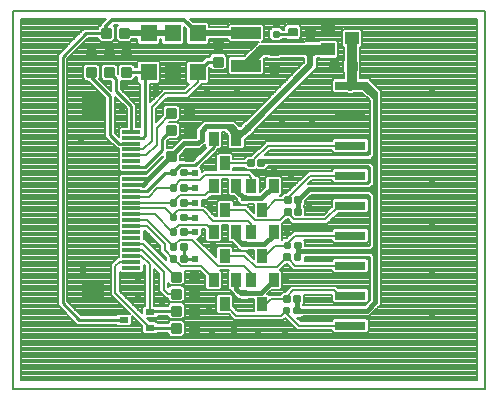
<source format=gtl>
G75*
%MOIN*%
%OFA0B0*%
%FSLAX25Y25*%
%IPPOS*%
%LPD*%
%AMOC8*
5,1,8,0,0,1.08239X$1,22.5*
%
%ADD10C,0.00600*%
%ADD11C,0.00875*%
%ADD12R,0.05500X0.05500*%
%ADD13R,0.09843X0.03937*%
%ADD14C,0.00750*%
%ADD15C,0.01250*%
%ADD16R,0.06299X0.01181*%
%ADD17R,0.07677X0.06299*%
%ADD18R,0.03150X0.01969*%
%ADD19R,0.03500X0.04500*%
%ADD20R,0.10000X0.02500*%
%ADD21R,0.04500X0.04000*%
%ADD22C,0.00800*%
%ADD23C,0.01000*%
%ADD24C,0.02400*%
%ADD25C,0.03200*%
%ADD26C,0.01500*%
%ADD27C,0.02000*%
%ADD28C,0.01300*%
%ADD29C,0.01200*%
D10*
X0008065Y0003100D02*
X0008065Y0129084D01*
X0165545Y0129074D01*
X0165545Y0003100D01*
X0008065Y0003100D01*
D11*
X0061252Y0024513D02*
X0063878Y0024513D01*
X0063878Y0021887D01*
X0061252Y0021887D01*
X0061252Y0024513D01*
X0061252Y0022761D02*
X0063878Y0022761D01*
X0063878Y0023635D02*
X0061252Y0023635D01*
X0061252Y0024509D02*
X0063878Y0024509D01*
X0063878Y0030313D02*
X0061252Y0030313D01*
X0063878Y0030313D02*
X0063878Y0027687D01*
X0061252Y0027687D01*
X0061252Y0030313D01*
X0061252Y0028561D02*
X0063878Y0028561D01*
X0063878Y0029435D02*
X0061252Y0029435D01*
X0061252Y0030309D02*
X0063878Y0030309D01*
X0063878Y0036013D02*
X0061252Y0036013D01*
X0063878Y0036013D02*
X0063878Y0033387D01*
X0061252Y0033387D01*
X0061252Y0036013D01*
X0061252Y0034261D02*
X0063878Y0034261D01*
X0063878Y0035135D02*
X0061252Y0035135D01*
X0061252Y0036009D02*
X0063878Y0036009D01*
X0063878Y0041713D02*
X0061252Y0041713D01*
X0063878Y0041713D02*
X0063878Y0039087D01*
X0061252Y0039087D01*
X0061252Y0041713D01*
X0061252Y0039961D02*
X0063878Y0039961D01*
X0063878Y0040835D02*
X0061252Y0040835D01*
X0061252Y0041709D02*
X0063878Y0041709D01*
X0067252Y0041713D02*
X0069878Y0041713D01*
X0069878Y0039087D01*
X0067252Y0039087D01*
X0067252Y0041713D01*
X0067252Y0039961D02*
X0069878Y0039961D01*
X0069878Y0040835D02*
X0067252Y0040835D01*
X0067252Y0041709D02*
X0069878Y0041709D01*
X0069878Y0036013D02*
X0067252Y0036013D01*
X0069878Y0036013D02*
X0069878Y0033387D01*
X0067252Y0033387D01*
X0067252Y0036013D01*
X0067252Y0034261D02*
X0069878Y0034261D01*
X0069878Y0035135D02*
X0067252Y0035135D01*
X0067252Y0036009D02*
X0069878Y0036009D01*
X0069878Y0030313D02*
X0067252Y0030313D01*
X0069878Y0030313D02*
X0069878Y0027687D01*
X0067252Y0027687D01*
X0067252Y0030313D01*
X0067252Y0028561D02*
X0069878Y0028561D01*
X0069878Y0029435D02*
X0067252Y0029435D01*
X0067252Y0030309D02*
X0069878Y0030309D01*
X0069878Y0024513D02*
X0067252Y0024513D01*
X0069878Y0024513D02*
X0069878Y0021887D01*
X0067252Y0021887D01*
X0067252Y0024513D01*
X0067252Y0022761D02*
X0069878Y0022761D01*
X0069878Y0023635D02*
X0067252Y0023635D01*
X0067252Y0024509D02*
X0069878Y0024509D01*
X0068178Y0081813D02*
X0065552Y0081813D01*
X0068178Y0081813D02*
X0068178Y0079187D01*
X0065552Y0079187D01*
X0065552Y0081813D01*
X0065552Y0080061D02*
X0068178Y0080061D01*
X0068178Y0080935D02*
X0065552Y0080935D01*
X0065552Y0081809D02*
X0068178Y0081809D01*
X0062178Y0081813D02*
X0059552Y0081813D01*
X0062178Y0081813D02*
X0062178Y0079187D01*
X0059552Y0079187D01*
X0059552Y0081813D01*
X0059552Y0080061D02*
X0062178Y0080061D01*
X0062178Y0080935D02*
X0059552Y0080935D01*
X0059552Y0081809D02*
X0062178Y0081809D01*
X0062178Y0090513D02*
X0059552Y0090513D01*
X0062178Y0090513D02*
X0062178Y0087887D01*
X0059552Y0087887D01*
X0059552Y0090513D01*
X0059552Y0088761D02*
X0062178Y0088761D01*
X0062178Y0089635D02*
X0059552Y0089635D01*
X0059552Y0090509D02*
X0062178Y0090509D01*
X0062178Y0096213D02*
X0059552Y0096213D01*
X0062178Y0096213D02*
X0062178Y0093587D01*
X0059552Y0093587D01*
X0059552Y0096213D01*
X0059552Y0094461D02*
X0062178Y0094461D01*
X0062178Y0095335D02*
X0059552Y0095335D01*
X0059552Y0096209D02*
X0062178Y0096209D01*
X0065552Y0096213D02*
X0068178Y0096213D01*
X0068178Y0093587D01*
X0065552Y0093587D01*
X0065552Y0096213D01*
X0065552Y0094461D02*
X0068178Y0094461D01*
X0068178Y0095335D02*
X0065552Y0095335D01*
X0065552Y0096209D02*
X0068178Y0096209D01*
X0068178Y0090513D02*
X0065552Y0090513D01*
X0068178Y0090513D02*
X0068178Y0087887D01*
X0065552Y0087887D01*
X0065552Y0090513D01*
X0065552Y0088761D02*
X0068178Y0088761D01*
X0068178Y0089635D02*
X0065552Y0089635D01*
X0065552Y0090509D02*
X0068178Y0090509D01*
X0044552Y0107287D02*
X0044552Y0109913D01*
X0047178Y0109913D01*
X0047178Y0107287D01*
X0044552Y0107287D01*
X0044552Y0108161D02*
X0047178Y0108161D01*
X0047178Y0109035D02*
X0044552Y0109035D01*
X0044552Y0109909D02*
X0047178Y0109909D01*
X0044552Y0113287D02*
X0044552Y0115913D01*
X0047178Y0115913D01*
X0047178Y0113287D01*
X0044552Y0113287D01*
X0044552Y0114161D02*
X0047178Y0114161D01*
X0047178Y0115035D02*
X0044552Y0115035D01*
X0044552Y0115909D02*
X0047178Y0115909D01*
X0046578Y0120287D02*
X0043952Y0120287D01*
X0043952Y0122913D01*
X0046578Y0122913D01*
X0046578Y0120287D01*
X0046578Y0121161D02*
X0043952Y0121161D01*
X0043952Y0122035D02*
X0046578Y0122035D01*
X0046578Y0122909D02*
X0043952Y0122909D01*
X0040578Y0120287D02*
X0037952Y0120287D01*
X0037952Y0122913D01*
X0040578Y0122913D01*
X0040578Y0120287D01*
X0040578Y0121161D02*
X0037952Y0121161D01*
X0037952Y0122035D02*
X0040578Y0122035D01*
X0040578Y0122909D02*
X0037952Y0122909D01*
X0038852Y0115913D02*
X0038852Y0113287D01*
X0038852Y0115913D02*
X0041478Y0115913D01*
X0041478Y0113287D01*
X0038852Y0113287D01*
X0038852Y0114161D02*
X0041478Y0114161D01*
X0041478Y0115035D02*
X0038852Y0115035D01*
X0038852Y0115909D02*
X0041478Y0115909D01*
X0032852Y0115913D02*
X0032852Y0113287D01*
X0032852Y0115913D02*
X0035478Y0115913D01*
X0035478Y0113287D01*
X0032852Y0113287D01*
X0032852Y0114161D02*
X0035478Y0114161D01*
X0035478Y0115035D02*
X0032852Y0115035D01*
X0032852Y0115909D02*
X0035478Y0115909D01*
X0032852Y0109913D02*
X0032852Y0107287D01*
X0032852Y0109913D02*
X0035478Y0109913D01*
X0035478Y0107287D01*
X0032852Y0107287D01*
X0032852Y0108161D02*
X0035478Y0108161D01*
X0035478Y0109035D02*
X0032852Y0109035D01*
X0032852Y0109909D02*
X0035478Y0109909D01*
X0038852Y0109913D02*
X0038852Y0107287D01*
X0038852Y0109913D02*
X0041478Y0109913D01*
X0041478Y0107287D01*
X0038852Y0107287D01*
X0038852Y0108161D02*
X0041478Y0108161D01*
X0041478Y0109035D02*
X0038852Y0109035D01*
X0038852Y0109909D02*
X0041478Y0109909D01*
X0075152Y0110687D02*
X0075152Y0113313D01*
X0077778Y0113313D01*
X0077778Y0110687D01*
X0075152Y0110687D01*
X0075152Y0111561D02*
X0077778Y0111561D01*
X0077778Y0112435D02*
X0075152Y0112435D01*
X0075152Y0113309D02*
X0077778Y0113309D01*
X0075152Y0116687D02*
X0075152Y0119313D01*
X0077778Y0119313D01*
X0077778Y0116687D01*
X0075152Y0116687D01*
X0075152Y0117561D02*
X0077778Y0117561D01*
X0077778Y0118435D02*
X0075152Y0118435D01*
X0075152Y0119309D02*
X0077778Y0119309D01*
X0096478Y0117213D02*
X0096478Y0114587D01*
X0093852Y0114587D01*
X0093852Y0117213D01*
X0096478Y0117213D01*
X0096478Y0115461D02*
X0093852Y0115461D01*
X0093852Y0116335D02*
X0096478Y0116335D01*
X0096478Y0117209D02*
X0093852Y0117209D01*
X0096478Y0111213D02*
X0096478Y0108587D01*
X0093852Y0108587D01*
X0093852Y0111213D01*
X0096478Y0111213D01*
X0096478Y0109461D02*
X0093852Y0109461D01*
X0093852Y0110335D02*
X0096478Y0110335D01*
X0096478Y0111209D02*
X0093852Y0111209D01*
X0105952Y0114787D02*
X0105952Y0117413D01*
X0108578Y0117413D01*
X0108578Y0114787D01*
X0105952Y0114787D01*
X0105952Y0115661D02*
X0108578Y0115661D01*
X0108578Y0116535D02*
X0105952Y0116535D01*
X0105952Y0117409D02*
X0108578Y0117409D01*
X0105952Y0120787D02*
X0105952Y0123413D01*
X0108578Y0123413D01*
X0108578Y0120787D01*
X0105952Y0120787D01*
X0105952Y0121661D02*
X0108578Y0121661D01*
X0108578Y0122535D02*
X0105952Y0122535D01*
X0105952Y0123409D02*
X0108578Y0123409D01*
X0113752Y0109187D02*
X0116378Y0109187D01*
X0113752Y0109187D02*
X0113752Y0111813D01*
X0116378Y0111813D01*
X0116378Y0109187D01*
X0116378Y0110061D02*
X0113752Y0110061D01*
X0113752Y0110935D02*
X0116378Y0110935D01*
X0116378Y0111809D02*
X0113752Y0111809D01*
X0119752Y0109187D02*
X0122378Y0109187D01*
X0119752Y0109187D02*
X0119752Y0111813D01*
X0122378Y0111813D01*
X0122378Y0109187D01*
X0122378Y0110061D02*
X0119752Y0110061D01*
X0119752Y0110935D02*
X0122378Y0110935D01*
X0122378Y0111809D02*
X0119752Y0111809D01*
D12*
X0069665Y0108500D03*
X0061365Y0108600D03*
X0053365Y0108600D03*
X0053365Y0121600D03*
X0061365Y0121600D03*
X0069665Y0121500D03*
D13*
X0085865Y0121606D03*
X0085865Y0110794D03*
D14*
X0102740Y0114875D02*
X0102740Y0117125D01*
X0102740Y0114875D02*
X0099990Y0114875D01*
X0099990Y0117125D01*
X0102740Y0117125D01*
X0102740Y0115624D02*
X0099990Y0115624D01*
X0099990Y0116373D02*
X0102740Y0116373D01*
X0102740Y0117122D02*
X0099990Y0117122D01*
X0102740Y0120875D02*
X0102740Y0123125D01*
X0102740Y0120875D02*
X0099990Y0120875D01*
X0099990Y0123125D01*
X0102740Y0123125D01*
X0102740Y0121624D02*
X0099990Y0121624D01*
X0099990Y0122373D02*
X0102740Y0122373D01*
X0102740Y0123122D02*
X0099990Y0123122D01*
D15*
X0095340Y0124025D02*
X0095340Y0125275D01*
X0096590Y0125275D01*
X0096590Y0124025D01*
X0095340Y0124025D01*
X0095340Y0125274D02*
X0096590Y0125274D01*
X0095340Y0121775D02*
X0095340Y0120525D01*
X0095340Y0121775D02*
X0096590Y0121775D01*
X0096590Y0120525D01*
X0095340Y0120525D01*
X0095340Y0121774D02*
X0096590Y0121774D01*
X0091540Y0077575D02*
X0090290Y0077575D01*
X0090290Y0078825D01*
X0091540Y0078825D01*
X0091540Y0077575D01*
X0091540Y0078824D02*
X0090290Y0078824D01*
X0088040Y0077575D02*
X0086790Y0077575D01*
X0086790Y0078825D01*
X0088040Y0078825D01*
X0088040Y0077575D01*
X0088040Y0078824D02*
X0086790Y0078824D01*
X0099090Y0065275D02*
X0100340Y0065275D01*
X0099090Y0065275D02*
X0099090Y0066525D01*
X0100340Y0066525D01*
X0100340Y0065275D01*
X0100340Y0066524D02*
X0099090Y0066524D01*
X0102590Y0065275D02*
X0103840Y0065275D01*
X0102590Y0065275D02*
X0102590Y0066525D01*
X0103840Y0066525D01*
X0103840Y0065275D01*
X0103840Y0066524D02*
X0102590Y0066524D01*
X0102590Y0061275D02*
X0103840Y0061275D01*
X0102590Y0061275D02*
X0102590Y0062525D01*
X0103840Y0062525D01*
X0103840Y0061275D01*
X0103840Y0062524D02*
X0102590Y0062524D01*
X0100340Y0061275D02*
X0099090Y0061275D01*
X0099090Y0062525D01*
X0100340Y0062525D01*
X0100340Y0061275D01*
X0100340Y0062524D02*
X0099090Y0062524D01*
X0098990Y0050175D02*
X0100240Y0050175D01*
X0098990Y0050175D02*
X0098990Y0051425D01*
X0100240Y0051425D01*
X0100240Y0050175D01*
X0100240Y0051424D02*
X0098990Y0051424D01*
X0102490Y0050175D02*
X0103740Y0050175D01*
X0102490Y0050175D02*
X0102490Y0051425D01*
X0103740Y0051425D01*
X0103740Y0050175D01*
X0103740Y0051424D02*
X0102490Y0051424D01*
X0102390Y0046275D02*
X0103640Y0046275D01*
X0102390Y0046275D02*
X0102390Y0047525D01*
X0103640Y0047525D01*
X0103640Y0046275D01*
X0103640Y0047524D02*
X0102390Y0047524D01*
X0100140Y0046275D02*
X0098890Y0046275D01*
X0098890Y0047525D01*
X0100140Y0047525D01*
X0100140Y0046275D01*
X0100140Y0047524D02*
X0098890Y0047524D01*
X0098790Y0032375D02*
X0100040Y0032375D01*
X0098790Y0032375D02*
X0098790Y0033625D01*
X0100040Y0033625D01*
X0100040Y0032375D01*
X0100040Y0033624D02*
X0098790Y0033624D01*
X0102290Y0032375D02*
X0103540Y0032375D01*
X0102290Y0032375D02*
X0102290Y0033625D01*
X0103540Y0033625D01*
X0103540Y0032375D01*
X0103540Y0033624D02*
X0102290Y0033624D01*
X0102190Y0028475D02*
X0103440Y0028475D01*
X0102190Y0028475D02*
X0102190Y0029725D01*
X0103440Y0029725D01*
X0103440Y0028475D01*
X0103440Y0029724D02*
X0102190Y0029724D01*
X0099940Y0028475D02*
X0098690Y0028475D01*
X0098690Y0029725D01*
X0099940Y0029725D01*
X0099940Y0028475D01*
X0099940Y0029724D02*
X0098690Y0029724D01*
X0065740Y0045775D02*
X0064490Y0045775D01*
X0064490Y0047025D01*
X0065740Y0047025D01*
X0065740Y0045775D01*
X0065740Y0047024D02*
X0064490Y0047024D01*
X0062240Y0045775D02*
X0060990Y0045775D01*
X0060990Y0047025D01*
X0062240Y0047025D01*
X0062240Y0045775D01*
X0062240Y0047024D02*
X0060990Y0047024D01*
X0060990Y0049775D02*
X0062240Y0049775D01*
X0060990Y0049775D02*
X0060990Y0051025D01*
X0062240Y0051025D01*
X0062240Y0049775D01*
X0062240Y0051024D02*
X0060990Y0051024D01*
X0064490Y0049775D02*
X0065740Y0049775D01*
X0064490Y0049775D02*
X0064490Y0051025D01*
X0065740Y0051025D01*
X0065740Y0049775D01*
X0065740Y0051024D02*
X0064490Y0051024D01*
X0064490Y0054775D02*
X0065740Y0054775D01*
X0064490Y0054775D02*
X0064490Y0056025D01*
X0065740Y0056025D01*
X0065740Y0054775D01*
X0065740Y0056024D02*
X0064490Y0056024D01*
X0062240Y0054775D02*
X0060990Y0054775D01*
X0060990Y0056025D01*
X0062240Y0056025D01*
X0062240Y0054775D01*
X0062240Y0056024D02*
X0060990Y0056024D01*
X0060990Y0059475D02*
X0062240Y0059475D01*
X0060990Y0059475D02*
X0060990Y0060725D01*
X0062240Y0060725D01*
X0062240Y0059475D01*
X0062240Y0060724D02*
X0060990Y0060724D01*
X0064490Y0059475D02*
X0065740Y0059475D01*
X0064490Y0059475D02*
X0064490Y0060725D01*
X0065740Y0060725D01*
X0065740Y0059475D01*
X0065740Y0060724D02*
X0064490Y0060724D01*
X0064490Y0064375D02*
X0065740Y0064375D01*
X0064490Y0064375D02*
X0064490Y0065625D01*
X0065740Y0065625D01*
X0065740Y0064375D01*
X0065740Y0065624D02*
X0064490Y0065624D01*
X0062240Y0064375D02*
X0060990Y0064375D01*
X0060990Y0065625D01*
X0062240Y0065625D01*
X0062240Y0064375D01*
X0062240Y0065624D02*
X0060990Y0065624D01*
X0060990Y0069275D02*
X0062240Y0069275D01*
X0060990Y0069275D02*
X0060990Y0070525D01*
X0062240Y0070525D01*
X0062240Y0069275D01*
X0062240Y0070524D02*
X0060990Y0070524D01*
X0064490Y0069275D02*
X0065740Y0069275D01*
X0064490Y0069275D02*
X0064490Y0070525D01*
X0065740Y0070525D01*
X0065740Y0069275D01*
X0065740Y0070524D02*
X0064490Y0070524D01*
X0064490Y0074475D02*
X0065740Y0074475D01*
X0064490Y0074475D02*
X0064490Y0075725D01*
X0065740Y0075725D01*
X0065740Y0074475D01*
X0065740Y0075724D02*
X0064490Y0075724D01*
X0062240Y0074475D02*
X0060990Y0074475D01*
X0060990Y0075725D01*
X0062240Y0075725D01*
X0062240Y0074475D01*
X0062240Y0075724D02*
X0060990Y0075724D01*
D16*
X0047632Y0074950D03*
X0047632Y0076919D03*
X0047632Y0078887D03*
X0047632Y0080856D03*
X0047632Y0082824D03*
X0047632Y0084793D03*
X0047632Y0086761D03*
X0047632Y0088730D03*
X0047632Y0072982D03*
X0047632Y0071013D03*
X0047632Y0069045D03*
X0047632Y0067076D03*
X0047632Y0065108D03*
X0047632Y0063139D03*
X0047632Y0061171D03*
X0047632Y0059202D03*
X0047632Y0057234D03*
X0047632Y0055265D03*
X0047632Y0053297D03*
X0047632Y0051328D03*
X0047632Y0049360D03*
X0047632Y0047391D03*
X0047632Y0045423D03*
X0047632Y0043454D03*
D17*
X0034837Y0034990D03*
X0034837Y0097194D03*
D18*
X0053765Y0028559D03*
X0053765Y0023441D03*
X0045104Y0026000D03*
D19*
X0075025Y0039200D03*
X0082505Y0039200D03*
X0087525Y0039200D03*
X0095005Y0039200D03*
X0091265Y0031200D03*
X0078765Y0031200D03*
X0078765Y0047400D03*
X0075025Y0055400D03*
X0082505Y0055400D03*
X0087525Y0055400D03*
X0095005Y0055400D03*
X0091265Y0062700D03*
X0087525Y0070700D03*
X0082605Y0070700D03*
X0075125Y0070700D03*
X0078765Y0078200D03*
X0075025Y0086200D03*
X0082505Y0086200D03*
X0095005Y0070700D03*
X0078865Y0062700D03*
X0091265Y0047400D03*
D20*
X0120565Y0044124D03*
X0120565Y0054124D03*
X0120565Y0064124D03*
X0120565Y0074124D03*
X0120565Y0084124D03*
X0120565Y0094124D03*
X0120565Y0104124D03*
X0120565Y0034124D03*
X0120565Y0024124D03*
D21*
X0113065Y0116160D03*
X0113065Y0123640D03*
X0121065Y0119900D03*
D22*
X0117715Y0119683D02*
X0103634Y0119683D01*
X0103351Y0119400D02*
X0104215Y0120264D01*
X0104215Y0123736D01*
X0103351Y0124600D01*
X0099379Y0124600D01*
X0098515Y0123736D01*
X0098515Y0122750D01*
X0098055Y0122750D01*
X0097305Y0123500D01*
X0094626Y0123500D01*
X0093615Y0122490D01*
X0093615Y0119810D01*
X0094626Y0118800D01*
X0097305Y0118800D01*
X0098055Y0119550D01*
X0099229Y0119550D01*
X0099379Y0119400D01*
X0103351Y0119400D01*
X0104215Y0120481D02*
X0117715Y0120481D01*
X0117715Y0121280D02*
X0104215Y0121280D01*
X0104215Y0122078D02*
X0117715Y0122078D01*
X0117715Y0122356D02*
X0117715Y0117444D01*
X0118359Y0116800D01*
X0118365Y0116800D01*
X0118365Y0112599D01*
X0118215Y0112449D01*
X0118215Y0108551D01*
X0118365Y0108401D01*
X0118365Y0106474D01*
X0115109Y0106474D01*
X0114465Y0105829D01*
X0114465Y0102418D01*
X0115109Y0101774D01*
X0119183Y0101774D01*
X0120028Y0101424D01*
X0121102Y0101424D01*
X0121947Y0101774D01*
X0124375Y0101774D01*
X0127015Y0099134D01*
X0127015Y0081366D01*
X0126599Y0080950D01*
X0092097Y0080950D01*
X0093770Y0082624D01*
X0114465Y0082624D01*
X0114465Y0082418D01*
X0115109Y0081774D01*
X0126021Y0081774D01*
X0126665Y0082418D01*
X0126665Y0085829D01*
X0126021Y0086474D01*
X0115109Y0086474D01*
X0114465Y0085829D01*
X0114465Y0085624D01*
X0092528Y0085624D01*
X0091649Y0084745D01*
X0087454Y0080550D01*
X0086076Y0080550D01*
X0085226Y0079700D01*
X0081615Y0079700D01*
X0081615Y0080906D01*
X0080971Y0081550D01*
X0076559Y0081550D01*
X0075915Y0080906D01*
X0075915Y0075800D01*
X0071644Y0075800D01*
X0071165Y0075321D01*
X0071165Y0076053D01*
X0070393Y0076825D01*
X0070456Y0076887D01*
X0075688Y0082119D01*
X0076419Y0082850D01*
X0077231Y0082850D01*
X0077875Y0083494D01*
X0077875Y0088650D01*
X0078599Y0088650D01*
X0079655Y0087594D01*
X0079655Y0083494D01*
X0080300Y0082850D01*
X0084711Y0082850D01*
X0085355Y0083494D01*
X0085355Y0086080D01*
X0085985Y0086710D01*
X0087055Y0087780D01*
X0087338Y0087780D01*
X0088685Y0089127D01*
X0088685Y0089410D01*
X0109365Y0110090D01*
X0109365Y0113400D01*
X0110019Y0113400D01*
X0110359Y0113060D01*
X0115771Y0113060D01*
X0116415Y0113704D01*
X0116415Y0118615D01*
X0115771Y0119260D01*
X0110359Y0119260D01*
X0109900Y0118800D01*
X0109364Y0118800D01*
X0109214Y0118950D01*
X0105316Y0118950D01*
X0105066Y0118700D01*
X0100828Y0118700D01*
X0100587Y0118600D01*
X0097264Y0118600D01*
X0097114Y0118750D01*
X0093216Y0118750D01*
X0093066Y0118600D01*
X0091305Y0118600D01*
X0091886Y0119181D01*
X0091886Y0124030D01*
X0091242Y0124674D01*
X0080488Y0124674D01*
X0079844Y0124030D01*
X0079844Y0123705D01*
X0073515Y0123705D01*
X0073515Y0124706D01*
X0072871Y0125350D01*
X0068219Y0125350D01*
X0067189Y0126380D01*
X0162845Y0126374D01*
X0162845Y0005800D01*
X0010765Y0005800D01*
X0010765Y0126384D01*
X0039211Y0126382D01*
X0038561Y0125732D01*
X0037565Y0124736D01*
X0037565Y0124450D01*
X0037316Y0124450D01*
X0036415Y0123549D01*
X0036415Y0123100D01*
X0031802Y0123100D01*
X0030865Y0122163D01*
X0023065Y0114363D01*
X0023065Y0030837D01*
X0024002Y0029900D01*
X0024002Y0029900D01*
X0028565Y0025337D01*
X0029502Y0024400D01*
X0042589Y0024400D01*
X0043073Y0023916D01*
X0047134Y0023916D01*
X0047778Y0024560D01*
X0047778Y0027306D01*
X0051090Y0023994D01*
X0051090Y0022001D01*
X0051735Y0021357D01*
X0055796Y0021357D01*
X0056039Y0021600D01*
X0059715Y0021600D01*
X0059715Y0021251D01*
X0060616Y0020350D01*
X0064514Y0020350D01*
X0065415Y0021251D01*
X0065415Y0025149D01*
X0064514Y0026050D01*
X0060616Y0026050D01*
X0059715Y0025149D01*
X0059715Y0024800D01*
X0056440Y0024800D01*
X0056440Y0024881D01*
X0055796Y0025525D01*
X0053802Y0025525D01*
X0052853Y0026475D01*
X0055796Y0026475D01*
X0056440Y0027119D01*
X0056440Y0027400D01*
X0059715Y0027400D01*
X0059715Y0027051D01*
X0060616Y0026150D01*
X0064514Y0026150D01*
X0065415Y0027051D01*
X0065415Y0030949D01*
X0064514Y0031850D01*
X0065415Y0032751D01*
X0065415Y0036649D01*
X0064514Y0037550D01*
X0065415Y0038451D01*
X0065415Y0042300D01*
X0070344Y0042300D01*
X0072175Y0040469D01*
X0072175Y0036494D01*
X0072819Y0035850D01*
X0077231Y0035850D01*
X0077875Y0036494D01*
X0077875Y0041906D01*
X0077258Y0042522D01*
X0080272Y0042522D01*
X0079655Y0041906D01*
X0079655Y0036494D01*
X0080300Y0035850D01*
X0080655Y0035850D01*
X0080655Y0035694D01*
X0083299Y0033050D01*
X0083862Y0033050D01*
X0084312Y0032600D01*
X0086218Y0032600D01*
X0086668Y0033050D01*
X0088415Y0033050D01*
X0088415Y0028900D01*
X0083186Y0028900D01*
X0081615Y0030471D01*
X0081615Y0033906D01*
X0080971Y0034550D01*
X0076559Y0034550D01*
X0075915Y0033906D01*
X0075915Y0028494D01*
X0076559Y0027850D01*
X0079994Y0027850D01*
X0081065Y0026779D01*
X0081944Y0025900D01*
X0098236Y0025900D01*
X0098890Y0026554D01*
X0102820Y0022624D01*
X0114465Y0022624D01*
X0114465Y0022418D01*
X0115109Y0021774D01*
X0126021Y0021774D01*
X0126665Y0022418D01*
X0126665Y0025829D01*
X0126021Y0026474D01*
X0115109Y0026474D01*
X0114465Y0025829D01*
X0114465Y0025624D01*
X0104063Y0025624D01*
X0102936Y0026750D01*
X0104155Y0026750D01*
X0104655Y0027250D01*
X0126931Y0027250D01*
X0129631Y0029950D01*
X0130715Y0031034D01*
X0130715Y0102466D01*
X0127791Y0105390D01*
X0126708Y0106474D01*
X0123765Y0106474D01*
X0123765Y0108401D01*
X0123915Y0108551D01*
X0123915Y0112449D01*
X0123765Y0112599D01*
X0123765Y0116800D01*
X0123771Y0116800D01*
X0124415Y0117444D01*
X0124415Y0122356D01*
X0123771Y0123000D01*
X0118359Y0123000D01*
X0117715Y0122356D01*
X0118236Y0122877D02*
X0104215Y0122877D01*
X0104215Y0123675D02*
X0162845Y0123675D01*
X0162845Y0122877D02*
X0123894Y0122877D01*
X0124415Y0122078D02*
X0162845Y0122078D01*
X0162845Y0121280D02*
X0124415Y0121280D01*
X0124415Y0120481D02*
X0162845Y0120481D01*
X0162845Y0119683D02*
X0124415Y0119683D01*
X0124415Y0118884D02*
X0162845Y0118884D01*
X0162845Y0118086D02*
X0124415Y0118086D01*
X0124258Y0117287D02*
X0162845Y0117287D01*
X0162845Y0116489D02*
X0123765Y0116489D01*
X0123765Y0115690D02*
X0162845Y0115690D01*
X0162845Y0114892D02*
X0123765Y0114892D01*
X0123765Y0114093D02*
X0162845Y0114093D01*
X0162845Y0113295D02*
X0123765Y0113295D01*
X0123868Y0112496D02*
X0162845Y0112496D01*
X0162845Y0111698D02*
X0123915Y0111698D01*
X0123915Y0110899D02*
X0162845Y0110899D01*
X0162845Y0110101D02*
X0123915Y0110101D01*
X0123915Y0109302D02*
X0162845Y0109302D01*
X0162845Y0108503D02*
X0123868Y0108503D01*
X0123765Y0107705D02*
X0162845Y0107705D01*
X0162845Y0106906D02*
X0123765Y0106906D01*
X0127073Y0106108D02*
X0162845Y0106108D01*
X0162845Y0105309D02*
X0127872Y0105309D01*
X0128670Y0104511D02*
X0162845Y0104511D01*
X0162845Y0103712D02*
X0129469Y0103712D01*
X0130267Y0102914D02*
X0162845Y0102914D01*
X0162845Y0102115D02*
X0130715Y0102115D01*
X0130715Y0101317D02*
X0162845Y0101317D01*
X0162845Y0100518D02*
X0130715Y0100518D01*
X0130715Y0099720D02*
X0162845Y0099720D01*
X0162845Y0098921D02*
X0130715Y0098921D01*
X0130715Y0098123D02*
X0162845Y0098123D01*
X0162845Y0097324D02*
X0130715Y0097324D01*
X0130715Y0096526D02*
X0162845Y0096526D01*
X0162845Y0095727D02*
X0130715Y0095727D01*
X0130715Y0094929D02*
X0162845Y0094929D01*
X0162845Y0094130D02*
X0130715Y0094130D01*
X0130715Y0093332D02*
X0162845Y0093332D01*
X0162845Y0092533D02*
X0130715Y0092533D01*
X0130715Y0091735D02*
X0162845Y0091735D01*
X0162845Y0090936D02*
X0130715Y0090936D01*
X0130715Y0090138D02*
X0162845Y0090138D01*
X0162845Y0089339D02*
X0130715Y0089339D01*
X0130715Y0088541D02*
X0162845Y0088541D01*
X0162845Y0087742D02*
X0130715Y0087742D01*
X0130715Y0086944D02*
X0162845Y0086944D01*
X0162845Y0086145D02*
X0130715Y0086145D01*
X0130715Y0085347D02*
X0162845Y0085347D01*
X0162845Y0084548D02*
X0130715Y0084548D01*
X0130715Y0083750D02*
X0162845Y0083750D01*
X0162845Y0082951D02*
X0130715Y0082951D01*
X0130715Y0082153D02*
X0162845Y0082153D01*
X0162845Y0081354D02*
X0130715Y0081354D01*
X0130715Y0080556D02*
X0162845Y0080556D01*
X0162845Y0079757D02*
X0130715Y0079757D01*
X0130715Y0078959D02*
X0162845Y0078959D01*
X0162845Y0078160D02*
X0130715Y0078160D01*
X0130715Y0077362D02*
X0162845Y0077362D01*
X0162845Y0076563D02*
X0130715Y0076563D01*
X0130715Y0075765D02*
X0162845Y0075765D01*
X0162845Y0074966D02*
X0130715Y0074966D01*
X0130715Y0074168D02*
X0162845Y0074168D01*
X0162845Y0073369D02*
X0130715Y0073369D01*
X0130715Y0072570D02*
X0162845Y0072570D01*
X0162845Y0071772D02*
X0130715Y0071772D01*
X0130715Y0070973D02*
X0162845Y0070973D01*
X0162845Y0070175D02*
X0130715Y0070175D01*
X0130715Y0069376D02*
X0162845Y0069376D01*
X0162845Y0068578D02*
X0130715Y0068578D01*
X0130715Y0067779D02*
X0162845Y0067779D01*
X0162845Y0066981D02*
X0130715Y0066981D01*
X0130715Y0066182D02*
X0162845Y0066182D01*
X0162845Y0065384D02*
X0130715Y0065384D01*
X0130715Y0064585D02*
X0162845Y0064585D01*
X0162845Y0063787D02*
X0130715Y0063787D01*
X0130715Y0062988D02*
X0162845Y0062988D01*
X0162845Y0062190D02*
X0130715Y0062190D01*
X0130715Y0061391D02*
X0162845Y0061391D01*
X0162845Y0060593D02*
X0130715Y0060593D01*
X0130715Y0059794D02*
X0162845Y0059794D01*
X0162845Y0058996D02*
X0130715Y0058996D01*
X0130715Y0058197D02*
X0162845Y0058197D01*
X0162845Y0057399D02*
X0130715Y0057399D01*
X0130715Y0056600D02*
X0162845Y0056600D01*
X0162845Y0055802D02*
X0130715Y0055802D01*
X0130715Y0055003D02*
X0162845Y0055003D01*
X0162845Y0054205D02*
X0130715Y0054205D01*
X0130715Y0053406D02*
X0162845Y0053406D01*
X0162845Y0052608D02*
X0130715Y0052608D01*
X0130715Y0051809D02*
X0162845Y0051809D01*
X0162845Y0051011D02*
X0130715Y0051011D01*
X0130715Y0050212D02*
X0162845Y0050212D01*
X0162845Y0049414D02*
X0130715Y0049414D01*
X0130715Y0048615D02*
X0162845Y0048615D01*
X0162845Y0047817D02*
X0130715Y0047817D01*
X0130715Y0047018D02*
X0162845Y0047018D01*
X0162845Y0046220D02*
X0130715Y0046220D01*
X0130715Y0045421D02*
X0162845Y0045421D01*
X0162845Y0044623D02*
X0130715Y0044623D01*
X0130715Y0043824D02*
X0162845Y0043824D01*
X0162845Y0043026D02*
X0130715Y0043026D01*
X0130715Y0042227D02*
X0162845Y0042227D01*
X0162845Y0041429D02*
X0130715Y0041429D01*
X0130715Y0040630D02*
X0162845Y0040630D01*
X0162845Y0039832D02*
X0130715Y0039832D01*
X0130715Y0039033D02*
X0162845Y0039033D01*
X0162845Y0038234D02*
X0130715Y0038234D01*
X0130715Y0037436D02*
X0162845Y0037436D01*
X0162845Y0036637D02*
X0130715Y0036637D01*
X0130715Y0035839D02*
X0162845Y0035839D01*
X0162845Y0035040D02*
X0130715Y0035040D01*
X0130715Y0034242D02*
X0162845Y0034242D01*
X0162845Y0033443D02*
X0130715Y0033443D01*
X0130715Y0032645D02*
X0162845Y0032645D01*
X0162845Y0031846D02*
X0130715Y0031846D01*
X0130715Y0031048D02*
X0162845Y0031048D01*
X0162845Y0030249D02*
X0129931Y0030249D01*
X0129132Y0029451D02*
X0162845Y0029451D01*
X0162845Y0028652D02*
X0128334Y0028652D01*
X0127535Y0027854D02*
X0162845Y0027854D01*
X0162845Y0027055D02*
X0104460Y0027055D01*
X0103430Y0026257D02*
X0114893Y0026257D01*
X0114619Y0022264D02*
X0065415Y0022264D01*
X0065415Y0021466D02*
X0162845Y0021466D01*
X0162845Y0022264D02*
X0126511Y0022264D01*
X0126665Y0023063D02*
X0162845Y0023063D01*
X0162845Y0023861D02*
X0126665Y0023861D01*
X0126665Y0024660D02*
X0162845Y0024660D01*
X0162845Y0025458D02*
X0126665Y0025458D01*
X0126237Y0026257D02*
X0162845Y0026257D01*
X0162845Y0020667D02*
X0064832Y0020667D01*
X0065415Y0023063D02*
X0102381Y0023063D01*
X0101582Y0023861D02*
X0065415Y0023861D01*
X0065415Y0024660D02*
X0100784Y0024660D01*
X0099985Y0025458D02*
X0065106Y0025458D01*
X0064621Y0026257D02*
X0081587Y0026257D01*
X0080788Y0027055D02*
X0065415Y0027055D01*
X0065415Y0027854D02*
X0076556Y0027854D01*
X0075915Y0028652D02*
X0065415Y0028652D01*
X0065415Y0029451D02*
X0075915Y0029451D01*
X0075915Y0030249D02*
X0065415Y0030249D01*
X0065317Y0031048D02*
X0075915Y0031048D01*
X0075915Y0031846D02*
X0064518Y0031846D01*
X0064514Y0031850D02*
X0060616Y0031850D01*
X0059715Y0032751D01*
X0059715Y0033200D01*
X0059244Y0033200D01*
X0058365Y0034079D01*
X0057844Y0034600D01*
X0056965Y0035479D01*
X0056965Y0041400D01*
X0055265Y0043100D01*
X0055265Y0030643D01*
X0055796Y0030643D01*
X0055839Y0030600D01*
X0059715Y0030600D01*
X0059715Y0030949D01*
X0060616Y0031850D01*
X0064514Y0031850D01*
X0065309Y0032645D02*
X0075915Y0032645D01*
X0075915Y0033443D02*
X0065415Y0033443D01*
X0065415Y0034242D02*
X0076251Y0034242D01*
X0077875Y0036637D02*
X0079655Y0036637D01*
X0079655Y0037436D02*
X0077875Y0037436D01*
X0077875Y0038234D02*
X0079655Y0038234D01*
X0079655Y0039033D02*
X0077875Y0039033D01*
X0077875Y0039832D02*
X0079655Y0039832D01*
X0079655Y0040630D02*
X0077875Y0040630D01*
X0077875Y0041429D02*
X0079655Y0041429D01*
X0079977Y0042227D02*
X0077554Y0042227D01*
X0076587Y0044022D02*
X0085243Y0044022D01*
X0087525Y0041740D01*
X0087525Y0039200D01*
X0089165Y0043500D02*
X0096115Y0043500D01*
X0099515Y0046900D01*
X0100040Y0046375D01*
X0100040Y0046185D01*
X0102102Y0044124D01*
X0120565Y0044124D01*
X0126021Y0046474D02*
X0115109Y0046474D01*
X0114465Y0045829D01*
X0114465Y0045624D01*
X0105365Y0045624D01*
X0105365Y0047050D01*
X0126899Y0047050D01*
X0127015Y0046934D01*
X0127015Y0032566D01*
X0125399Y0030950D01*
X0104665Y0030950D01*
X0104665Y0031060D01*
X0105265Y0031660D01*
X0105265Y0034300D01*
X0114465Y0034300D01*
X0114465Y0032418D01*
X0115109Y0031774D01*
X0126021Y0031774D01*
X0126665Y0032418D01*
X0126665Y0035829D01*
X0126021Y0036474D01*
X0116613Y0036474D01*
X0115786Y0037300D01*
X0100844Y0037300D01*
X0099965Y0036421D01*
X0098894Y0035350D01*
X0098076Y0035350D01*
X0097126Y0034400D01*
X0093621Y0034400D01*
X0093471Y0034550D01*
X0092972Y0034550D01*
X0094272Y0035850D01*
X0097211Y0035850D01*
X0097855Y0036494D01*
X0097855Y0041906D01*
X0097249Y0042512D01*
X0099286Y0044550D01*
X0099554Y0044550D01*
X0101481Y0042624D01*
X0114465Y0042624D01*
X0114465Y0042418D01*
X0115109Y0041774D01*
X0126021Y0041774D01*
X0126665Y0042418D01*
X0126665Y0045829D01*
X0126021Y0046474D01*
X0126275Y0046220D02*
X0127015Y0046220D01*
X0127015Y0045421D02*
X0126665Y0045421D01*
X0126665Y0044623D02*
X0127015Y0044623D01*
X0127015Y0043824D02*
X0126665Y0043824D01*
X0126665Y0043026D02*
X0127015Y0043026D01*
X0127015Y0042227D02*
X0126474Y0042227D01*
X0127015Y0041429D02*
X0097855Y0041429D01*
X0097855Y0040630D02*
X0127015Y0040630D01*
X0127015Y0039832D02*
X0097855Y0039832D01*
X0097855Y0039033D02*
X0127015Y0039033D01*
X0127015Y0038234D02*
X0097855Y0038234D01*
X0097855Y0037436D02*
X0127015Y0037436D01*
X0127015Y0036637D02*
X0116449Y0036637D01*
X0115165Y0035800D02*
X0116365Y0034600D01*
X0120089Y0034600D01*
X0120565Y0034124D01*
X0125497Y0031048D02*
X0104665Y0031048D01*
X0105265Y0031846D02*
X0115037Y0031846D01*
X0114465Y0032645D02*
X0105265Y0032645D01*
X0105265Y0033443D02*
X0114465Y0033443D01*
X0114465Y0034242D02*
X0105265Y0034242D01*
X0101465Y0035800D02*
X0115165Y0035800D01*
X0114656Y0042227D02*
X0097534Y0042227D01*
X0097762Y0043026D02*
X0101079Y0043026D01*
X0100280Y0043824D02*
X0098560Y0043824D01*
X0105365Y0046220D02*
X0114855Y0046220D01*
X0115109Y0051774D02*
X0126021Y0051774D01*
X0126665Y0052418D01*
X0126665Y0055829D01*
X0126021Y0056474D01*
X0115109Y0056474D01*
X0114465Y0055829D01*
X0114465Y0055600D01*
X0101644Y0055600D01*
X0100765Y0054721D01*
X0099194Y0053150D01*
X0098276Y0053150D01*
X0097855Y0052730D01*
X0097855Y0057919D01*
X0099486Y0059550D01*
X0099754Y0059550D01*
X0101304Y0058000D01*
X0112886Y0058000D01*
X0113765Y0058879D01*
X0116660Y0061774D01*
X0126021Y0061774D01*
X0126665Y0062418D01*
X0126665Y0065829D01*
X0126021Y0066474D01*
X0115109Y0066474D01*
X0114465Y0065829D01*
X0114465Y0063821D01*
X0111644Y0061000D01*
X0105565Y0061000D01*
X0105565Y0063240D01*
X0105065Y0063740D01*
X0105065Y0064060D01*
X0105565Y0064560D01*
X0105565Y0065634D01*
X0107581Y0067650D01*
X0126499Y0067650D01*
X0127015Y0067134D01*
X0127015Y0050966D01*
X0126799Y0050750D01*
X0105465Y0050750D01*
X0105465Y0052140D01*
X0105005Y0052600D01*
X0114465Y0052600D01*
X0114465Y0052418D01*
X0115109Y0051774D01*
X0115074Y0051809D02*
X0105465Y0051809D01*
X0105465Y0051011D02*
X0127015Y0051011D01*
X0127015Y0051809D02*
X0126056Y0051809D01*
X0126665Y0052608D02*
X0127015Y0052608D01*
X0127015Y0053406D02*
X0126665Y0053406D01*
X0126665Y0054205D02*
X0127015Y0054205D01*
X0127015Y0055003D02*
X0126665Y0055003D01*
X0126665Y0055802D02*
X0127015Y0055802D01*
X0127015Y0056600D02*
X0097855Y0056600D01*
X0097855Y0055802D02*
X0114465Y0055802D01*
X0113084Y0058197D02*
X0127015Y0058197D01*
X0127015Y0057399D02*
X0097855Y0057399D01*
X0098134Y0058197D02*
X0101107Y0058197D01*
X0100308Y0058996D02*
X0098932Y0058996D01*
X0097015Y0059200D02*
X0099715Y0061900D01*
X0100290Y0061325D01*
X0100290Y0061135D01*
X0101926Y0059500D01*
X0112265Y0059500D01*
X0116865Y0064100D01*
X0120541Y0064100D01*
X0120565Y0064124D01*
X0116278Y0061391D02*
X0127015Y0061391D01*
X0127015Y0060593D02*
X0115479Y0060593D01*
X0114681Y0059794D02*
X0127015Y0059794D01*
X0127015Y0058996D02*
X0113882Y0058996D01*
X0112035Y0061391D02*
X0105565Y0061391D01*
X0105565Y0062190D02*
X0112834Y0062190D01*
X0113632Y0062988D02*
X0105565Y0062988D01*
X0105065Y0063787D02*
X0114431Y0063787D01*
X0114465Y0064585D02*
X0105565Y0064585D01*
X0105565Y0065384D02*
X0114465Y0065384D01*
X0114818Y0066182D02*
X0106114Y0066182D01*
X0106912Y0066981D02*
X0127015Y0066981D01*
X0127015Y0066182D02*
X0126312Y0066182D01*
X0126665Y0065384D02*
X0127015Y0065384D01*
X0127015Y0064585D02*
X0126665Y0064585D01*
X0126665Y0063787D02*
X0127015Y0063787D01*
X0127015Y0062988D02*
X0126665Y0062988D01*
X0126437Y0062190D02*
X0127015Y0062190D01*
X0126499Y0071350D02*
X0106636Y0071350D01*
X0107910Y0072624D01*
X0114465Y0072624D01*
X0114465Y0072418D01*
X0115109Y0071774D01*
X0126021Y0071774D01*
X0126665Y0072418D01*
X0126665Y0075829D01*
X0126021Y0076474D01*
X0115109Y0076474D01*
X0114465Y0075829D01*
X0114465Y0075624D01*
X0106667Y0075624D01*
X0099294Y0068250D01*
X0098376Y0068250D01*
X0097526Y0067400D01*
X0097261Y0067400D01*
X0097855Y0067994D01*
X0097855Y0073406D01*
X0097211Y0074050D01*
X0092800Y0074050D01*
X0092155Y0073406D01*
X0092155Y0070466D01*
X0090375Y0068686D01*
X0090375Y0073406D01*
X0089731Y0074050D01*
X0089025Y0074050D01*
X0089025Y0074061D01*
X0088146Y0074940D01*
X0087286Y0075800D01*
X0081615Y0075800D01*
X0081615Y0076700D01*
X0085226Y0076700D01*
X0086076Y0075850D01*
X0088755Y0075850D01*
X0089165Y0076260D01*
X0089576Y0075850D01*
X0092255Y0075850D01*
X0093265Y0076860D01*
X0093265Y0077250D01*
X0126599Y0077250D01*
X0127015Y0076834D01*
X0127015Y0071866D01*
X0126499Y0071350D01*
X0126921Y0071772D02*
X0107058Y0071772D01*
X0107857Y0072570D02*
X0114465Y0072570D01*
X0114465Y0075765D02*
X0087322Y0075765D01*
X0088120Y0074966D02*
X0106010Y0074966D01*
X0105211Y0074168D02*
X0088919Y0074168D01*
X0087525Y0073440D02*
X0087525Y0070700D01*
X0087525Y0073440D02*
X0086665Y0074300D01*
X0072265Y0074300D01*
X0070465Y0072500D01*
X0063884Y0072500D01*
X0061990Y0070606D01*
X0061515Y0069800D02*
X0056065Y0069800D01*
X0053341Y0067076D01*
X0047632Y0067076D01*
X0047632Y0065108D02*
X0061507Y0065108D01*
X0061615Y0065000D01*
X0061615Y0065350D01*
X0063765Y0067500D01*
X0072265Y0067500D01*
X0075125Y0070360D01*
X0077975Y0070175D02*
X0079755Y0070175D01*
X0079755Y0070973D02*
X0077975Y0070973D01*
X0077975Y0071772D02*
X0079755Y0071772D01*
X0079755Y0072570D02*
X0077975Y0072570D01*
X0077975Y0072800D02*
X0079755Y0072800D01*
X0079755Y0067994D01*
X0080400Y0067350D01*
X0081699Y0067350D01*
X0082765Y0066284D01*
X0082765Y0065597D01*
X0084112Y0064250D01*
X0086018Y0064250D01*
X0086518Y0064750D01*
X0088415Y0064750D01*
X0088415Y0061771D01*
X0085986Y0064200D01*
X0081715Y0064200D01*
X0081715Y0065406D01*
X0081071Y0066050D01*
X0076659Y0066050D01*
X0076015Y0065406D01*
X0076015Y0060600D01*
X0075386Y0060600D01*
X0072815Y0063171D01*
X0071936Y0064050D01*
X0071165Y0064050D01*
X0071165Y0065953D01*
X0071118Y0066000D01*
X0072886Y0066000D01*
X0073765Y0066879D01*
X0074236Y0067350D01*
X0077331Y0067350D01*
X0077975Y0067994D01*
X0077975Y0072800D01*
X0077975Y0069376D02*
X0079755Y0069376D01*
X0079755Y0068578D02*
X0077975Y0068578D01*
X0077760Y0067779D02*
X0079970Y0067779D01*
X0082068Y0066981D02*
X0073867Y0066981D01*
X0073069Y0066182D02*
X0082765Y0066182D01*
X0082979Y0065384D02*
X0081715Y0065384D01*
X0081715Y0064585D02*
X0083777Y0064585D01*
X0085365Y0062700D02*
X0088865Y0059200D01*
X0097015Y0059200D01*
X0097855Y0055003D02*
X0101047Y0055003D01*
X0100248Y0054205D02*
X0097855Y0054205D01*
X0097855Y0053406D02*
X0099450Y0053406D01*
X0099615Y0051450D02*
X0102265Y0054100D01*
X0120541Y0054100D01*
X0120565Y0054124D01*
X0126931Y0047018D02*
X0105365Y0047018D01*
X0099615Y0050800D02*
X0099615Y0051450D01*
X0099615Y0050800D02*
X0099515Y0050700D01*
X0095565Y0050700D01*
X0092265Y0047400D01*
X0091265Y0047400D01*
X0088415Y0047018D02*
X0087768Y0047018D01*
X0088415Y0046371D02*
X0085886Y0048900D01*
X0081615Y0048900D01*
X0081615Y0050106D01*
X0080971Y0050750D01*
X0076559Y0050750D01*
X0075915Y0050106D01*
X0075915Y0046816D01*
X0069631Y0053100D01*
X0069818Y0053100D01*
X0071165Y0054447D01*
X0071165Y0056250D01*
X0072054Y0056250D01*
X0072175Y0056129D01*
X0072175Y0052694D01*
X0072819Y0052050D01*
X0077231Y0052050D01*
X0077875Y0052694D01*
X0077875Y0057600D01*
X0079655Y0057600D01*
X0079655Y0052694D01*
X0080300Y0052050D01*
X0080999Y0052050D01*
X0082515Y0050534D01*
X0083599Y0049450D01*
X0083812Y0049450D01*
X0084312Y0048950D01*
X0086218Y0048950D01*
X0086718Y0049450D01*
X0088415Y0049450D01*
X0088415Y0046371D01*
X0088415Y0047817D02*
X0086970Y0047817D01*
X0086171Y0048615D02*
X0088415Y0048615D01*
X0088415Y0049414D02*
X0086681Y0049414D01*
X0083849Y0049414D02*
X0081615Y0049414D01*
X0081509Y0050212D02*
X0082837Y0050212D01*
X0082038Y0051011D02*
X0071720Y0051011D01*
X0070922Y0051809D02*
X0081240Y0051809D01*
X0079742Y0052608D02*
X0077788Y0052608D01*
X0077875Y0053406D02*
X0079655Y0053406D01*
X0079655Y0054205D02*
X0077875Y0054205D01*
X0077875Y0055003D02*
X0079655Y0055003D01*
X0079655Y0055802D02*
X0077875Y0055802D01*
X0077875Y0056600D02*
X0079655Y0056600D01*
X0079655Y0057399D02*
X0077875Y0057399D01*
X0075025Y0055400D02*
X0072675Y0057750D01*
X0063513Y0057750D01*
X0061615Y0055852D01*
X0061615Y0055400D01*
X0061165Y0055402D02*
X0055396Y0061171D01*
X0047632Y0061171D01*
X0047632Y0063139D02*
X0058776Y0063139D01*
X0060744Y0061171D01*
X0061615Y0060100D01*
X0061615Y0060950D02*
X0063215Y0062550D01*
X0071315Y0062550D01*
X0074765Y0059100D01*
X0086465Y0059100D01*
X0087565Y0058000D01*
X0087565Y0055440D01*
X0087997Y0062190D02*
X0088415Y0062190D01*
X0088415Y0062988D02*
X0087198Y0062988D01*
X0086400Y0063787D02*
X0088415Y0063787D01*
X0088415Y0064585D02*
X0086353Y0064585D01*
X0085365Y0062700D02*
X0078865Y0062700D01*
X0076015Y0062988D02*
X0072998Y0062988D01*
X0073797Y0062190D02*
X0076015Y0062190D01*
X0076015Y0061391D02*
X0074595Y0061391D01*
X0076015Y0063787D02*
X0072200Y0063787D01*
X0071165Y0064585D02*
X0076015Y0064585D01*
X0076015Y0065384D02*
X0071165Y0065384D01*
X0071165Y0055802D02*
X0072175Y0055802D01*
X0072175Y0055003D02*
X0071165Y0055003D01*
X0070923Y0054205D02*
X0072175Y0054205D01*
X0072175Y0053406D02*
X0070124Y0053406D01*
X0070123Y0052608D02*
X0072262Y0052608D01*
X0072519Y0050212D02*
X0076022Y0050212D01*
X0075915Y0049414D02*
X0073317Y0049414D01*
X0074116Y0048615D02*
X0075915Y0048615D01*
X0075915Y0047817D02*
X0074914Y0047817D01*
X0075713Y0047018D02*
X0075915Y0047018D01*
X0078765Y0047400D02*
X0085265Y0047400D01*
X0089165Y0043500D01*
X0094260Y0035839D02*
X0099383Y0035839D01*
X0100181Y0036637D02*
X0097855Y0036637D01*
X0097766Y0035040D02*
X0093462Y0035040D01*
X0094165Y0032900D02*
X0092465Y0031200D01*
X0091265Y0031200D01*
X0088415Y0031048D02*
X0081615Y0031048D01*
X0081615Y0031846D02*
X0088415Y0031846D01*
X0088415Y0032645D02*
X0086263Y0032645D01*
X0084267Y0032645D02*
X0081615Y0032645D01*
X0081615Y0033443D02*
X0082905Y0033443D01*
X0082107Y0034242D02*
X0081279Y0034242D01*
X0081308Y0035040D02*
X0065415Y0035040D01*
X0065415Y0035839D02*
X0080655Y0035839D01*
X0078765Y0031200D02*
X0082565Y0027400D01*
X0097615Y0027400D01*
X0098890Y0028675D01*
X0103441Y0024124D01*
X0120565Y0024124D01*
X0126094Y0031846D02*
X0126295Y0031846D01*
X0126665Y0032645D02*
X0127015Y0032645D01*
X0127015Y0033443D02*
X0126665Y0033443D01*
X0126665Y0034242D02*
X0127015Y0034242D01*
X0127015Y0035040D02*
X0126665Y0035040D01*
X0126655Y0035839D02*
X0127015Y0035839D01*
X0101465Y0035800D02*
X0099415Y0033750D01*
X0099415Y0033000D01*
X0099315Y0032900D01*
X0094165Y0032900D01*
X0098890Y0028675D02*
X0099315Y0029100D01*
X0099187Y0026257D02*
X0098593Y0026257D01*
X0088415Y0029451D02*
X0082636Y0029451D01*
X0081837Y0030249D02*
X0088415Y0030249D01*
X0075025Y0039200D02*
X0075025Y0039740D01*
X0070965Y0043800D01*
X0064026Y0043800D01*
X0061615Y0046210D01*
X0061615Y0046400D01*
X0058665Y0049350D01*
X0058665Y0051379D01*
X0052810Y0057234D01*
X0047632Y0057234D01*
X0047632Y0059202D02*
X0052963Y0059202D01*
X0061065Y0051100D01*
X0061065Y0050400D01*
X0061615Y0050400D01*
X0061615Y0050590D01*
X0062176Y0051150D01*
X0061615Y0051150D01*
X0062176Y0051150D02*
X0063776Y0052750D01*
X0067859Y0052750D01*
X0076587Y0044022D01*
X0072014Y0040630D02*
X0065415Y0040630D01*
X0065415Y0039832D02*
X0072175Y0039832D01*
X0072175Y0039033D02*
X0065415Y0039033D01*
X0065199Y0038234D02*
X0072175Y0038234D01*
X0072175Y0037436D02*
X0064628Y0037436D01*
X0064514Y0037550D02*
X0060616Y0037550D01*
X0064514Y0037550D01*
X0065415Y0036637D02*
X0072175Y0036637D01*
X0071215Y0041429D02*
X0065415Y0041429D01*
X0065415Y0042227D02*
X0070417Y0042227D01*
X0062565Y0040400D02*
X0051637Y0051328D01*
X0047632Y0051328D01*
X0047632Y0049360D02*
X0051127Y0049360D01*
X0058465Y0042021D01*
X0058465Y0036100D01*
X0059865Y0034700D01*
X0062565Y0034700D01*
X0059965Y0036899D02*
X0059965Y0038201D01*
X0060616Y0037550D01*
X0059965Y0036899D01*
X0059965Y0037436D02*
X0060502Y0037436D01*
X0056965Y0037436D02*
X0055265Y0037436D01*
X0055265Y0038234D02*
X0056965Y0038234D01*
X0056965Y0039033D02*
X0055265Y0039033D01*
X0055265Y0039832D02*
X0056965Y0039832D01*
X0056965Y0040630D02*
X0055265Y0040630D01*
X0055265Y0041429D02*
X0056937Y0041429D01*
X0056138Y0042227D02*
X0055265Y0042227D01*
X0055265Y0043026D02*
X0055340Y0043026D01*
X0053765Y0044600D02*
X0050974Y0047391D01*
X0047632Y0047391D01*
X0047632Y0045423D02*
X0043688Y0045423D01*
X0042265Y0044000D01*
X0042265Y0034941D01*
X0053765Y0023441D01*
X0055905Y0021466D02*
X0059715Y0021466D01*
X0060298Y0020667D02*
X0010765Y0020667D01*
X0010765Y0019869D02*
X0162845Y0019869D01*
X0162845Y0019070D02*
X0010765Y0019070D01*
X0010765Y0018272D02*
X0162845Y0018272D01*
X0162845Y0017473D02*
X0010765Y0017473D01*
X0010765Y0016675D02*
X0162845Y0016675D01*
X0162845Y0015876D02*
X0010765Y0015876D01*
X0010765Y0015078D02*
X0162845Y0015078D01*
X0162845Y0014279D02*
X0010765Y0014279D01*
X0010765Y0013481D02*
X0162845Y0013481D01*
X0162845Y0012682D02*
X0010765Y0012682D01*
X0010765Y0011884D02*
X0162845Y0011884D01*
X0162845Y0011085D02*
X0010765Y0011085D01*
X0010765Y0010287D02*
X0162845Y0010287D01*
X0162845Y0009488D02*
X0010765Y0009488D01*
X0010765Y0008690D02*
X0162845Y0008690D01*
X0162845Y0007891D02*
X0010765Y0007891D01*
X0010765Y0007093D02*
X0162845Y0007093D01*
X0162845Y0006294D02*
X0010765Y0006294D01*
X0010765Y0021466D02*
X0051626Y0021466D01*
X0051090Y0022264D02*
X0010765Y0022264D01*
X0010765Y0023063D02*
X0051090Y0023063D01*
X0051090Y0023861D02*
X0010765Y0023861D01*
X0010765Y0024660D02*
X0029243Y0024660D01*
X0028565Y0025337D02*
X0028565Y0025337D01*
X0028444Y0025458D02*
X0010765Y0025458D01*
X0010765Y0026257D02*
X0027646Y0026257D01*
X0026847Y0027055D02*
X0010765Y0027055D01*
X0010765Y0027854D02*
X0026049Y0027854D01*
X0025250Y0028652D02*
X0010765Y0028652D01*
X0010765Y0029451D02*
X0024451Y0029451D01*
X0023653Y0030249D02*
X0010765Y0030249D01*
X0010765Y0031048D02*
X0023065Y0031048D01*
X0023065Y0031846D02*
X0010765Y0031846D01*
X0010765Y0032645D02*
X0023065Y0032645D01*
X0023065Y0033443D02*
X0010765Y0033443D01*
X0010765Y0034242D02*
X0023065Y0034242D01*
X0023065Y0035040D02*
X0010765Y0035040D01*
X0010765Y0035839D02*
X0023065Y0035839D01*
X0023065Y0036637D02*
X0010765Y0036637D01*
X0010765Y0037436D02*
X0023065Y0037436D01*
X0023065Y0038234D02*
X0010765Y0038234D01*
X0010765Y0039033D02*
X0023065Y0039033D01*
X0023065Y0039832D02*
X0010765Y0039832D01*
X0010765Y0040630D02*
X0023065Y0040630D01*
X0023065Y0041429D02*
X0010765Y0041429D01*
X0010765Y0042227D02*
X0023065Y0042227D01*
X0023065Y0043026D02*
X0010765Y0043026D01*
X0010765Y0043824D02*
X0023065Y0043824D01*
X0023065Y0044623D02*
X0010765Y0044623D01*
X0010765Y0045421D02*
X0023065Y0045421D01*
X0023065Y0046220D02*
X0010765Y0046220D01*
X0010765Y0047018D02*
X0023065Y0047018D01*
X0023065Y0047817D02*
X0010765Y0047817D01*
X0010765Y0048615D02*
X0023065Y0048615D01*
X0023065Y0049414D02*
X0010765Y0049414D01*
X0010765Y0050212D02*
X0023065Y0050212D01*
X0023065Y0051011D02*
X0010765Y0051011D01*
X0010765Y0051809D02*
X0023065Y0051809D01*
X0023065Y0052608D02*
X0010765Y0052608D01*
X0010765Y0053406D02*
X0023065Y0053406D01*
X0023065Y0054205D02*
X0010765Y0054205D01*
X0010765Y0055003D02*
X0023065Y0055003D01*
X0023065Y0055802D02*
X0010765Y0055802D01*
X0010765Y0056600D02*
X0023065Y0056600D01*
X0023065Y0057399D02*
X0010765Y0057399D01*
X0010765Y0058197D02*
X0023065Y0058197D01*
X0023065Y0058996D02*
X0010765Y0058996D01*
X0010765Y0059794D02*
X0023065Y0059794D01*
X0023065Y0060593D02*
X0010765Y0060593D01*
X0010765Y0061391D02*
X0023065Y0061391D01*
X0023065Y0062190D02*
X0010765Y0062190D01*
X0010765Y0062988D02*
X0023065Y0062988D01*
X0023065Y0063787D02*
X0010765Y0063787D01*
X0010765Y0064585D02*
X0023065Y0064585D01*
X0023065Y0065384D02*
X0010765Y0065384D01*
X0010765Y0066182D02*
X0023065Y0066182D01*
X0023065Y0066981D02*
X0010765Y0066981D01*
X0010765Y0067779D02*
X0023065Y0067779D01*
X0023065Y0068578D02*
X0010765Y0068578D01*
X0010765Y0069376D02*
X0023065Y0069376D01*
X0023065Y0070175D02*
X0010765Y0070175D01*
X0010765Y0070973D02*
X0023065Y0070973D01*
X0023065Y0071772D02*
X0010765Y0071772D01*
X0010765Y0072570D02*
X0023065Y0072570D01*
X0023065Y0073369D02*
X0010765Y0073369D01*
X0010765Y0074168D02*
X0023065Y0074168D01*
X0023065Y0074966D02*
X0010765Y0074966D01*
X0010765Y0075765D02*
X0023065Y0075765D01*
X0023065Y0076563D02*
X0010765Y0076563D01*
X0010765Y0077362D02*
X0023065Y0077362D01*
X0023065Y0078160D02*
X0010765Y0078160D01*
X0010765Y0078959D02*
X0023065Y0078959D01*
X0023065Y0079757D02*
X0010765Y0079757D01*
X0010765Y0080556D02*
X0023065Y0080556D01*
X0023065Y0081354D02*
X0010765Y0081354D01*
X0010765Y0082153D02*
X0023065Y0082153D01*
X0023065Y0082951D02*
X0010765Y0082951D01*
X0010765Y0083750D02*
X0023065Y0083750D01*
X0023065Y0084548D02*
X0010765Y0084548D01*
X0010765Y0085347D02*
X0023065Y0085347D01*
X0023065Y0086145D02*
X0010765Y0086145D01*
X0010765Y0086944D02*
X0023065Y0086944D01*
X0023065Y0087742D02*
X0010765Y0087742D01*
X0010765Y0088541D02*
X0023065Y0088541D01*
X0023065Y0089339D02*
X0010765Y0089339D01*
X0010765Y0090138D02*
X0023065Y0090138D01*
X0023065Y0090936D02*
X0010765Y0090936D01*
X0010765Y0091735D02*
X0023065Y0091735D01*
X0023065Y0092533D02*
X0010765Y0092533D01*
X0010765Y0093332D02*
X0023065Y0093332D01*
X0023065Y0094130D02*
X0010765Y0094130D01*
X0010765Y0094929D02*
X0023065Y0094929D01*
X0023065Y0095727D02*
X0010765Y0095727D01*
X0010765Y0096526D02*
X0023065Y0096526D01*
X0023065Y0097324D02*
X0010765Y0097324D01*
X0010765Y0098123D02*
X0023065Y0098123D01*
X0023065Y0098921D02*
X0010765Y0098921D01*
X0010765Y0099720D02*
X0023065Y0099720D01*
X0023065Y0100518D02*
X0010765Y0100518D01*
X0010765Y0101317D02*
X0023065Y0101317D01*
X0023065Y0102115D02*
X0010765Y0102115D01*
X0010765Y0102914D02*
X0023065Y0102914D01*
X0023065Y0103712D02*
X0010765Y0103712D01*
X0010765Y0104511D02*
X0023065Y0104511D01*
X0023065Y0105309D02*
X0010765Y0105309D01*
X0010765Y0106108D02*
X0023065Y0106108D01*
X0023065Y0106906D02*
X0010765Y0106906D01*
X0010765Y0107705D02*
X0023065Y0107705D01*
X0023065Y0108503D02*
X0010765Y0108503D01*
X0010765Y0109302D02*
X0023065Y0109302D01*
X0023065Y0110101D02*
X0010765Y0110101D01*
X0010765Y0110899D02*
X0023065Y0110899D01*
X0023065Y0111698D02*
X0010765Y0111698D01*
X0010765Y0112496D02*
X0023065Y0112496D01*
X0023065Y0113295D02*
X0010765Y0113295D01*
X0010765Y0114093D02*
X0023065Y0114093D01*
X0023594Y0114892D02*
X0010765Y0114892D01*
X0010765Y0115690D02*
X0024392Y0115690D01*
X0025191Y0116489D02*
X0010765Y0116489D01*
X0010765Y0117287D02*
X0025989Y0117287D01*
X0026788Y0118086D02*
X0010765Y0118086D01*
X0010765Y0118884D02*
X0027587Y0118884D01*
X0028385Y0119683D02*
X0010765Y0119683D01*
X0010765Y0120481D02*
X0029184Y0120481D01*
X0029982Y0121280D02*
X0010765Y0121280D01*
X0010765Y0122078D02*
X0030781Y0122078D01*
X0031579Y0122877D02*
X0010765Y0122877D01*
X0010765Y0123675D02*
X0036541Y0123675D01*
X0037565Y0124474D02*
X0010765Y0124474D01*
X0010765Y0125272D02*
X0038101Y0125272D01*
X0038899Y0126071D02*
X0010765Y0126071D01*
X0026265Y0113037D02*
X0033128Y0119900D01*
X0036415Y0119900D01*
X0036415Y0119651D01*
X0037316Y0118750D01*
X0041214Y0118750D01*
X0042115Y0119651D01*
X0042115Y0123549D01*
X0041651Y0124014D01*
X0041969Y0124332D01*
X0043198Y0124332D01*
X0042415Y0123549D01*
X0042415Y0119651D01*
X0043316Y0118750D01*
X0047214Y0118750D01*
X0047964Y0119500D01*
X0049515Y0119500D01*
X0049515Y0118394D01*
X0050159Y0117750D01*
X0056571Y0117750D01*
X0057215Y0118394D01*
X0057215Y0119500D01*
X0057515Y0119500D01*
X0057515Y0118394D01*
X0058159Y0117750D01*
X0064571Y0117750D01*
X0065215Y0118394D01*
X0065215Y0123546D01*
X0065815Y0122946D01*
X0065815Y0118294D01*
X0066459Y0117650D01*
X0072871Y0117650D01*
X0073515Y0118294D01*
X0073515Y0119506D01*
X0079844Y0119506D01*
X0079844Y0119181D01*
X0080488Y0118537D01*
X0090282Y0118537D01*
X0089441Y0118189D01*
X0088682Y0117429D01*
X0085115Y0113863D01*
X0080488Y0113863D01*
X0079844Y0113219D01*
X0079844Y0108370D01*
X0080488Y0107726D01*
X0091242Y0107726D01*
X0091886Y0108370D01*
X0091886Y0112997D01*
X0092089Y0113200D01*
X0093066Y0113200D01*
X0093216Y0113050D01*
X0097114Y0113050D01*
X0097264Y0113200D01*
X0101802Y0113200D01*
X0102044Y0113300D01*
X0105165Y0113300D01*
X0105165Y0111830D01*
X0085715Y0092380D01*
X0085432Y0092380D01*
X0084085Y0091033D01*
X0084085Y0090750D01*
X0083965Y0090630D01*
X0083551Y0090630D01*
X0081831Y0092350D01*
X0071799Y0092350D01*
X0070715Y0091266D01*
X0069215Y0089766D01*
X0069215Y0086866D01*
X0068999Y0086650D01*
X0064399Y0086650D01*
X0063315Y0085566D01*
X0061099Y0083350D01*
X0059465Y0083350D01*
X0059465Y0085537D01*
X0060278Y0086350D01*
X0062814Y0086350D01*
X0063715Y0087251D01*
X0063715Y0091149D01*
X0062814Y0092050D01*
X0063715Y0092951D01*
X0063715Y0096849D01*
X0062814Y0097750D01*
X0058916Y0097750D01*
X0058015Y0096849D01*
X0058015Y0094171D01*
X0055815Y0091971D01*
X0055815Y0096279D01*
X0059511Y0099975D01*
X0066361Y0099975D01*
X0071036Y0104650D01*
X0072871Y0104650D01*
X0073515Y0105294D01*
X0073515Y0110087D01*
X0073615Y0110187D01*
X0073615Y0110051D01*
X0074516Y0109150D01*
X0078414Y0109150D01*
X0079315Y0110051D01*
X0079315Y0113949D01*
X0078414Y0114850D01*
X0074516Y0114850D01*
X0073615Y0113949D01*
X0073615Y0113600D01*
X0072502Y0113600D01*
X0071565Y0112663D01*
X0071252Y0112350D01*
X0066459Y0112350D01*
X0065815Y0111706D01*
X0065815Y0105294D01*
X0066459Y0104650D01*
X0066794Y0104650D01*
X0065119Y0102975D01*
X0058269Y0102975D01*
X0057390Y0102096D01*
X0053765Y0098471D01*
X0053765Y0104750D01*
X0056571Y0104750D01*
X0057215Y0105394D01*
X0057215Y0111806D01*
X0056571Y0112450D01*
X0050159Y0112450D01*
X0049515Y0111806D01*
X0049515Y0110200D01*
X0048715Y0110200D01*
X0048715Y0110549D01*
X0047814Y0111450D01*
X0043916Y0111450D01*
X0043015Y0110549D01*
X0042114Y0111450D01*
X0038216Y0111450D01*
X0037315Y0110549D01*
X0037315Y0106651D01*
X0038216Y0105750D01*
X0040752Y0105750D01*
X0040965Y0105537D01*
X0040965Y0102263D01*
X0036796Y0106432D01*
X0037015Y0106651D01*
X0037015Y0110549D01*
X0036114Y0111450D01*
X0032216Y0111450D01*
X0031315Y0110549D01*
X0031315Y0106651D01*
X0032216Y0105750D01*
X0032952Y0105750D01*
X0033502Y0105200D01*
X0038865Y0099837D01*
X0038865Y0087037D01*
X0042709Y0083193D01*
X0043382Y0083193D01*
X0043382Y0075873D01*
X0044027Y0075228D01*
X0051237Y0075228D01*
X0051328Y0075319D01*
X0052828Y0075319D01*
X0058015Y0080506D01*
X0058015Y0080266D01*
X0052509Y0074760D01*
X0052409Y0074660D01*
X0051250Y0074660D01*
X0051237Y0074672D01*
X0044027Y0074672D01*
X0043382Y0074028D01*
X0043382Y0046923D01*
X0043067Y0046923D01*
X0042188Y0046044D01*
X0040765Y0044621D01*
X0040765Y0034320D01*
X0047000Y0028084D01*
X0043073Y0028084D01*
X0042589Y0027600D01*
X0030828Y0027600D01*
X0026265Y0032163D01*
X0026265Y0113037D01*
X0026522Y0113295D02*
X0072197Y0113295D01*
X0071398Y0112496D02*
X0026265Y0112496D01*
X0026265Y0111698D02*
X0049515Y0111698D01*
X0049515Y0110899D02*
X0048365Y0110899D01*
X0048715Y0107000D02*
X0049515Y0107000D01*
X0049515Y0105394D01*
X0050159Y0104750D01*
X0050565Y0104750D01*
X0050565Y0090420D01*
X0049232Y0090420D01*
X0049232Y0097796D01*
X0044165Y0102863D01*
X0044165Y0105750D01*
X0047814Y0105750D01*
X0048715Y0106651D01*
X0048715Y0107000D01*
X0048715Y0106906D02*
X0049515Y0106906D01*
X0049515Y0106108D02*
X0048172Y0106108D01*
X0049600Y0105309D02*
X0044165Y0105309D01*
X0044165Y0104511D02*
X0050565Y0104511D01*
X0050565Y0103712D02*
X0044165Y0103712D01*
X0044165Y0102914D02*
X0050565Y0102914D01*
X0050565Y0102115D02*
X0044912Y0102115D01*
X0045711Y0101317D02*
X0050565Y0101317D01*
X0050565Y0100518D02*
X0046509Y0100518D01*
X0047308Y0099720D02*
X0050565Y0099720D01*
X0050565Y0098921D02*
X0048106Y0098921D01*
X0048905Y0098123D02*
X0050565Y0098123D01*
X0050565Y0097324D02*
X0049232Y0097324D01*
X0049232Y0096526D02*
X0050565Y0096526D01*
X0050565Y0095727D02*
X0049232Y0095727D01*
X0049232Y0094929D02*
X0050565Y0094929D01*
X0050565Y0094130D02*
X0049232Y0094130D01*
X0049232Y0093332D02*
X0050565Y0093332D01*
X0050565Y0092533D02*
X0049232Y0092533D01*
X0049232Y0091735D02*
X0050565Y0091735D01*
X0050565Y0090936D02*
X0049232Y0090936D01*
X0046032Y0090936D02*
X0042065Y0090936D01*
X0042065Y0090138D02*
X0043744Y0090138D01*
X0044027Y0090420D02*
X0043382Y0089776D01*
X0043382Y0087045D01*
X0042065Y0088363D01*
X0042065Y0100437D01*
X0046032Y0096470D01*
X0046032Y0090420D01*
X0044027Y0090420D01*
X0043382Y0089339D02*
X0042065Y0089339D01*
X0042065Y0088541D02*
X0043382Y0088541D01*
X0043382Y0087742D02*
X0042686Y0087742D01*
X0040556Y0085347D02*
X0026265Y0085347D01*
X0026265Y0086145D02*
X0039757Y0086145D01*
X0038959Y0086944D02*
X0026265Y0086944D01*
X0026265Y0087742D02*
X0038865Y0087742D01*
X0038865Y0088541D02*
X0026265Y0088541D01*
X0026265Y0089339D02*
X0038865Y0089339D01*
X0038865Y0090138D02*
X0026265Y0090138D01*
X0026265Y0090936D02*
X0038865Y0090936D01*
X0038865Y0091735D02*
X0026265Y0091735D01*
X0026265Y0092533D02*
X0038865Y0092533D01*
X0038865Y0093332D02*
X0026265Y0093332D01*
X0026265Y0094130D02*
X0038865Y0094130D01*
X0038865Y0094929D02*
X0026265Y0094929D01*
X0026265Y0095727D02*
X0038865Y0095727D01*
X0038865Y0096526D02*
X0026265Y0096526D01*
X0026265Y0097324D02*
X0038865Y0097324D01*
X0038865Y0098123D02*
X0026265Y0098123D01*
X0026265Y0098921D02*
X0038865Y0098921D01*
X0038865Y0099720D02*
X0026265Y0099720D01*
X0026265Y0100518D02*
X0038184Y0100518D01*
X0037385Y0101317D02*
X0026265Y0101317D01*
X0026265Y0102115D02*
X0036587Y0102115D01*
X0035788Y0102914D02*
X0026265Y0102914D01*
X0026265Y0103712D02*
X0034990Y0103712D01*
X0034191Y0104511D02*
X0026265Y0104511D01*
X0026265Y0105309D02*
X0033393Y0105309D01*
X0031858Y0106108D02*
X0026265Y0106108D01*
X0026265Y0106906D02*
X0031315Y0106906D01*
X0031315Y0107705D02*
X0026265Y0107705D01*
X0026265Y0108503D02*
X0031315Y0108503D01*
X0031315Y0109302D02*
X0026265Y0109302D01*
X0026265Y0110101D02*
X0031315Y0110101D01*
X0031665Y0110899D02*
X0026265Y0110899D01*
X0027321Y0114093D02*
X0073759Y0114093D01*
X0073306Y0118086D02*
X0089338Y0118086D01*
X0088539Y0117287D02*
X0030515Y0117287D01*
X0029716Y0116489D02*
X0087741Y0116489D01*
X0086942Y0115690D02*
X0028918Y0115690D01*
X0028119Y0114892D02*
X0086144Y0114892D01*
X0085345Y0114093D02*
X0079171Y0114093D01*
X0079315Y0113295D02*
X0079920Y0113295D01*
X0079844Y0112496D02*
X0079315Y0112496D01*
X0079315Y0111698D02*
X0079844Y0111698D01*
X0079844Y0110899D02*
X0079315Y0110899D01*
X0079315Y0110101D02*
X0079844Y0110101D01*
X0079844Y0109302D02*
X0078566Y0109302D01*
X0079844Y0108503D02*
X0073515Y0108503D01*
X0073515Y0107705D02*
X0101040Y0107705D01*
X0100242Y0106906D02*
X0073515Y0106906D01*
X0073515Y0106108D02*
X0099443Y0106108D01*
X0098645Y0105309D02*
X0073515Y0105309D01*
X0070897Y0104511D02*
X0097846Y0104511D01*
X0097048Y0103712D02*
X0070099Y0103712D01*
X0069300Y0102914D02*
X0096249Y0102914D01*
X0095451Y0102115D02*
X0068502Y0102115D01*
X0067703Y0101317D02*
X0094652Y0101317D01*
X0093854Y0100518D02*
X0066905Y0100518D01*
X0065740Y0101475D02*
X0069665Y0105400D01*
X0069665Y0108500D01*
X0065815Y0108503D02*
X0057215Y0108503D01*
X0057215Y0107705D02*
X0065815Y0107705D01*
X0065815Y0106906D02*
X0057215Y0106906D01*
X0057215Y0106108D02*
X0065815Y0106108D01*
X0065815Y0105309D02*
X0057130Y0105309D01*
X0058208Y0102914D02*
X0053765Y0102914D01*
X0053765Y0103712D02*
X0065856Y0103712D01*
X0066655Y0104511D02*
X0053765Y0104511D01*
X0053765Y0102115D02*
X0057409Y0102115D01*
X0056611Y0101317D02*
X0053765Y0101317D01*
X0053765Y0100518D02*
X0055812Y0100518D01*
X0055014Y0099720D02*
X0053765Y0099720D01*
X0053765Y0098921D02*
X0054215Y0098921D01*
X0054315Y0096900D02*
X0054315Y0085550D01*
X0051590Y0082824D01*
X0047632Y0082824D01*
X0047632Y0080856D02*
X0052621Y0080856D01*
X0056015Y0084250D01*
X0056015Y0090050D01*
X0060865Y0094900D01*
X0058015Y0094929D02*
X0055815Y0094929D01*
X0055815Y0095727D02*
X0058015Y0095727D01*
X0058015Y0096526D02*
X0056062Y0096526D01*
X0056861Y0097324D02*
X0058490Y0097324D01*
X0057659Y0098123D02*
X0091458Y0098123D01*
X0090660Y0097324D02*
X0063240Y0097324D01*
X0063715Y0096526D02*
X0089861Y0096526D01*
X0089063Y0095727D02*
X0063715Y0095727D01*
X0063715Y0094929D02*
X0088264Y0094929D01*
X0087466Y0094130D02*
X0063715Y0094130D01*
X0063715Y0093332D02*
X0086667Y0093332D01*
X0085869Y0092533D02*
X0063298Y0092533D01*
X0062814Y0092050D02*
X0060136Y0092050D01*
X0060136Y0092050D01*
X0062814Y0092050D01*
X0063130Y0091735D02*
X0071184Y0091735D01*
X0070385Y0090936D02*
X0063715Y0090936D01*
X0063715Y0090138D02*
X0069587Y0090138D01*
X0069215Y0089339D02*
X0063715Y0089339D01*
X0063715Y0088541D02*
X0069215Y0088541D01*
X0069215Y0087742D02*
X0063715Y0087742D01*
X0063408Y0086944D02*
X0069215Y0086944D01*
X0071615Y0084034D02*
X0072175Y0084594D01*
X0072175Y0083494D01*
X0072356Y0083313D01*
X0068193Y0079150D01*
X0063715Y0079150D01*
X0063715Y0080734D01*
X0065931Y0082950D01*
X0070531Y0082950D01*
X0071615Y0084034D01*
X0071331Y0083750D02*
X0072175Y0083750D01*
X0072175Y0084548D02*
X0072130Y0084548D01*
X0071994Y0082951D02*
X0070533Y0082951D01*
X0071196Y0082153D02*
X0065134Y0082153D01*
X0064335Y0081354D02*
X0070397Y0081354D01*
X0069599Y0080556D02*
X0063715Y0080556D01*
X0063715Y0079757D02*
X0068800Y0079757D01*
X0071729Y0078160D02*
X0075915Y0078160D01*
X0075915Y0077362D02*
X0070930Y0077362D01*
X0070655Y0076563D02*
X0075915Y0076563D01*
X0075915Y0078959D02*
X0072527Y0078959D01*
X0073326Y0079757D02*
X0075915Y0079757D01*
X0075915Y0080556D02*
X0074124Y0080556D01*
X0074923Y0081354D02*
X0076364Y0081354D01*
X0075721Y0082153D02*
X0089057Y0082153D01*
X0089855Y0082951D02*
X0084812Y0082951D01*
X0085355Y0083750D02*
X0090654Y0083750D01*
X0091452Y0084548D02*
X0085355Y0084548D01*
X0085355Y0085347D02*
X0092251Y0085347D01*
X0093149Y0084124D02*
X0120565Y0084124D01*
X0126665Y0083750D02*
X0127015Y0083750D01*
X0127015Y0084548D02*
X0126665Y0084548D01*
X0126665Y0085347D02*
X0127015Y0085347D01*
X0127015Y0086145D02*
X0126349Y0086145D01*
X0127015Y0086944D02*
X0086219Y0086944D01*
X0087017Y0087742D02*
X0127015Y0087742D01*
X0127015Y0088541D02*
X0088099Y0088541D01*
X0088685Y0089339D02*
X0127015Y0089339D01*
X0127015Y0090138D02*
X0089413Y0090138D01*
X0090211Y0090936D02*
X0127015Y0090936D01*
X0127015Y0091735D02*
X0091010Y0091735D01*
X0091808Y0092533D02*
X0127015Y0092533D01*
X0127015Y0093332D02*
X0092607Y0093332D01*
X0093405Y0094130D02*
X0127015Y0094130D01*
X0127015Y0094929D02*
X0094204Y0094929D01*
X0095002Y0095727D02*
X0127015Y0095727D01*
X0127015Y0096526D02*
X0095801Y0096526D01*
X0096599Y0097324D02*
X0127015Y0097324D01*
X0127015Y0098123D02*
X0097398Y0098123D01*
X0098196Y0098921D02*
X0127015Y0098921D01*
X0126429Y0099720D02*
X0098995Y0099720D01*
X0099793Y0100518D02*
X0125630Y0100518D01*
X0124832Y0101317D02*
X0100592Y0101317D01*
X0101391Y0102115D02*
X0114768Y0102115D01*
X0114465Y0102914D02*
X0102189Y0102914D01*
X0102988Y0103712D02*
X0114465Y0103712D01*
X0114465Y0104511D02*
X0103786Y0104511D01*
X0104585Y0105309D02*
X0114465Y0105309D01*
X0114744Y0106108D02*
X0105383Y0106108D01*
X0106182Y0106906D02*
X0118365Y0106906D01*
X0118365Y0107705D02*
X0106980Y0107705D01*
X0107779Y0108503D02*
X0118262Y0108503D01*
X0118215Y0109302D02*
X0108577Y0109302D01*
X0109365Y0110101D02*
X0118215Y0110101D01*
X0118215Y0110899D02*
X0109365Y0110899D01*
X0109365Y0111698D02*
X0118215Y0111698D01*
X0118262Y0112496D02*
X0109365Y0112496D01*
X0109365Y0113295D02*
X0110125Y0113295D01*
X0105165Y0113295D02*
X0102030Y0113295D01*
X0105165Y0112496D02*
X0091886Y0112496D01*
X0091886Y0111698D02*
X0105033Y0111698D01*
X0104234Y0110899D02*
X0091886Y0110899D01*
X0091886Y0110101D02*
X0103436Y0110101D01*
X0102637Y0109302D02*
X0091886Y0109302D01*
X0091886Y0108503D02*
X0101839Y0108503D01*
X0105250Y0118884D02*
X0097389Y0118884D01*
X0094541Y0118884D02*
X0091589Y0118884D01*
X0091886Y0119683D02*
X0093743Y0119683D01*
X0093615Y0120481D02*
X0091886Y0120481D01*
X0091886Y0121280D02*
X0093615Y0121280D01*
X0093615Y0122078D02*
X0091886Y0122078D01*
X0091886Y0122877D02*
X0094002Y0122877D01*
X0091886Y0123675D02*
X0098515Y0123675D01*
X0098515Y0122877D02*
X0097928Y0122877D01*
X0099253Y0124474D02*
X0091442Y0124474D01*
X0080288Y0124474D02*
X0073515Y0124474D01*
X0072948Y0125272D02*
X0162845Y0125272D01*
X0162845Y0124474D02*
X0103477Y0124474D01*
X0109280Y0118884D02*
X0109984Y0118884D01*
X0116146Y0118884D02*
X0117715Y0118884D01*
X0117715Y0118086D02*
X0116415Y0118086D01*
X0116415Y0117287D02*
X0117872Y0117287D01*
X0118365Y0116489D02*
X0116415Y0116489D01*
X0116415Y0115690D02*
X0118365Y0115690D01*
X0118365Y0114892D02*
X0116415Y0114892D01*
X0116415Y0114093D02*
X0118365Y0114093D01*
X0118365Y0113295D02*
X0116005Y0113295D01*
X0093055Y0099720D02*
X0059256Y0099720D01*
X0058458Y0098921D02*
X0092257Y0098921D01*
X0084787Y0091735D02*
X0082447Y0091735D01*
X0083245Y0090936D02*
X0084085Y0090936D01*
X0085420Y0086145D02*
X0114781Y0086145D01*
X0114730Y0082153D02*
X0093300Y0082153D01*
X0092501Y0081354D02*
X0127003Y0081354D01*
X0127015Y0082153D02*
X0126400Y0082153D01*
X0126665Y0082951D02*
X0127015Y0082951D01*
X0127015Y0076563D02*
X0092968Y0076563D01*
X0092155Y0073369D02*
X0090375Y0073369D01*
X0090375Y0072570D02*
X0092155Y0072570D01*
X0092155Y0071772D02*
X0090375Y0071772D01*
X0090375Y0070973D02*
X0092155Y0070973D01*
X0091864Y0070175D02*
X0090375Y0070175D01*
X0090375Y0069376D02*
X0091065Y0069376D01*
X0095565Y0065900D02*
X0099715Y0065900D01*
X0099715Y0066550D01*
X0107289Y0074124D01*
X0120565Y0074124D01*
X0126665Y0074168D02*
X0127015Y0074168D01*
X0127015Y0074966D02*
X0126665Y0074966D01*
X0126665Y0075765D02*
X0127015Y0075765D01*
X0127015Y0073369D02*
X0126665Y0073369D01*
X0126665Y0072570D02*
X0127015Y0072570D01*
X0104413Y0073369D02*
X0097855Y0073369D01*
X0097855Y0072570D02*
X0103614Y0072570D01*
X0102816Y0071772D02*
X0097855Y0071772D01*
X0097855Y0070973D02*
X0102017Y0070973D01*
X0101219Y0070175D02*
X0097855Y0070175D01*
X0097855Y0069376D02*
X0100420Y0069376D01*
X0099622Y0068578D02*
X0097855Y0068578D01*
X0097905Y0067779D02*
X0097640Y0067779D01*
X0095565Y0065900D02*
X0092365Y0062700D01*
X0091265Y0062700D01*
X0085865Y0066600D02*
X0085815Y0066550D01*
X0085065Y0066550D01*
X0085363Y0076563D02*
X0081615Y0076563D01*
X0078765Y0078200D02*
X0087415Y0078200D01*
X0088565Y0079350D01*
X0088565Y0079540D01*
X0093149Y0084124D01*
X0088258Y0081354D02*
X0081167Y0081354D01*
X0081615Y0080556D02*
X0087460Y0080556D01*
X0085283Y0079757D02*
X0081615Y0079757D01*
X0080198Y0082951D02*
X0077332Y0082951D01*
X0077875Y0083750D02*
X0079655Y0083750D01*
X0079655Y0084548D02*
X0077875Y0084548D01*
X0077875Y0085347D02*
X0079655Y0085347D01*
X0079655Y0086145D02*
X0077875Y0086145D01*
X0077875Y0086944D02*
X0079655Y0086944D01*
X0079507Y0087742D02*
X0077875Y0087742D01*
X0077875Y0088541D02*
X0078708Y0088541D01*
X0071608Y0075765D02*
X0071165Y0075765D01*
X0061498Y0083750D02*
X0059465Y0083750D01*
X0059465Y0084548D02*
X0062297Y0084548D01*
X0063095Y0085347D02*
X0059465Y0085347D01*
X0060073Y0086145D02*
X0063894Y0086145D01*
X0057506Y0079757D02*
X0057266Y0079757D01*
X0056707Y0078959D02*
X0056467Y0078959D01*
X0055909Y0078160D02*
X0055669Y0078160D01*
X0055110Y0077362D02*
X0054870Y0077362D01*
X0054312Y0076563D02*
X0054072Y0076563D01*
X0053513Y0075765D02*
X0053273Y0075765D01*
X0052715Y0074966D02*
X0026265Y0074966D01*
X0026265Y0074168D02*
X0043522Y0074168D01*
X0043382Y0073369D02*
X0026265Y0073369D01*
X0026265Y0072570D02*
X0043382Y0072570D01*
X0043382Y0071772D02*
X0026265Y0071772D01*
X0026265Y0070973D02*
X0043382Y0070973D01*
X0043382Y0070175D02*
X0026265Y0070175D01*
X0026265Y0069376D02*
X0043382Y0069376D01*
X0043382Y0068578D02*
X0026265Y0068578D01*
X0026265Y0067779D02*
X0043382Y0067779D01*
X0043382Y0066981D02*
X0026265Y0066981D01*
X0026265Y0066182D02*
X0043382Y0066182D01*
X0043382Y0065384D02*
X0026265Y0065384D01*
X0026265Y0064585D02*
X0043382Y0064585D01*
X0043382Y0063787D02*
X0026265Y0063787D01*
X0026265Y0062988D02*
X0043382Y0062988D01*
X0043382Y0062190D02*
X0026265Y0062190D01*
X0026265Y0061391D02*
X0043382Y0061391D01*
X0043382Y0060593D02*
X0026265Y0060593D01*
X0026265Y0059794D02*
X0043382Y0059794D01*
X0043382Y0058996D02*
X0026265Y0058996D01*
X0026265Y0058197D02*
X0043382Y0058197D01*
X0043382Y0057399D02*
X0026265Y0057399D01*
X0026265Y0056600D02*
X0043382Y0056600D01*
X0043382Y0055802D02*
X0026265Y0055802D01*
X0026265Y0055003D02*
X0043382Y0055003D01*
X0043382Y0054205D02*
X0026265Y0054205D01*
X0026265Y0053406D02*
X0043382Y0053406D01*
X0043382Y0052608D02*
X0026265Y0052608D01*
X0026265Y0051809D02*
X0043382Y0051809D01*
X0043382Y0051011D02*
X0026265Y0051011D01*
X0026265Y0050212D02*
X0043382Y0050212D01*
X0043382Y0049414D02*
X0026265Y0049414D01*
X0026265Y0048615D02*
X0043382Y0048615D01*
X0043382Y0047817D02*
X0026265Y0047817D01*
X0026265Y0047018D02*
X0043382Y0047018D01*
X0042363Y0046220D02*
X0026265Y0046220D01*
X0026265Y0045421D02*
X0041565Y0045421D01*
X0040766Y0044623D02*
X0026265Y0044623D01*
X0026265Y0043824D02*
X0040765Y0043824D01*
X0040765Y0043026D02*
X0026265Y0043026D01*
X0026265Y0042227D02*
X0040765Y0042227D01*
X0040765Y0041429D02*
X0026265Y0041429D01*
X0026265Y0040630D02*
X0040765Y0040630D01*
X0040765Y0039832D02*
X0026265Y0039832D01*
X0026265Y0039033D02*
X0040765Y0039033D01*
X0040765Y0038234D02*
X0026265Y0038234D01*
X0026265Y0037436D02*
X0040765Y0037436D01*
X0040765Y0036637D02*
X0026265Y0036637D01*
X0026265Y0035839D02*
X0040765Y0035839D01*
X0040765Y0035040D02*
X0026265Y0035040D01*
X0026265Y0034242D02*
X0040843Y0034242D01*
X0041641Y0033443D02*
X0026265Y0033443D01*
X0026265Y0032645D02*
X0042440Y0032645D01*
X0043238Y0031846D02*
X0026581Y0031846D01*
X0027380Y0031048D02*
X0044037Y0031048D01*
X0044835Y0030249D02*
X0028178Y0030249D01*
X0028977Y0029451D02*
X0045634Y0029451D01*
X0046432Y0028652D02*
X0029775Y0028652D01*
X0030574Y0027854D02*
X0042843Y0027854D01*
X0047778Y0027055D02*
X0048029Y0027055D01*
X0047778Y0026257D02*
X0048828Y0026257D01*
X0049626Y0025458D02*
X0047778Y0025458D01*
X0047778Y0024660D02*
X0050425Y0024660D01*
X0053071Y0026257D02*
X0060509Y0026257D01*
X0060024Y0025458D02*
X0055862Y0025458D01*
X0056376Y0027055D02*
X0059715Y0027055D01*
X0059814Y0031048D02*
X0055265Y0031048D01*
X0055265Y0031846D02*
X0060612Y0031846D01*
X0059821Y0032645D02*
X0055265Y0032645D01*
X0055265Y0033443D02*
X0059000Y0033443D01*
X0058202Y0034242D02*
X0055265Y0034242D01*
X0055265Y0035040D02*
X0057403Y0035040D01*
X0056965Y0035839D02*
X0055265Y0035839D01*
X0055265Y0036637D02*
X0056965Y0036637D01*
X0052265Y0036637D02*
X0043765Y0036637D01*
X0043765Y0035839D02*
X0052265Y0035839D01*
X0052265Y0035040D02*
X0044287Y0035040D01*
X0043765Y0035562D02*
X0043765Y0042026D01*
X0044027Y0041764D01*
X0051237Y0041764D01*
X0051882Y0042408D01*
X0051882Y0044362D01*
X0052265Y0043979D01*
X0052265Y0030643D01*
X0051735Y0030643D01*
X0051090Y0029999D01*
X0051090Y0028237D01*
X0043765Y0035562D01*
X0045085Y0034242D02*
X0052265Y0034242D01*
X0052265Y0033443D02*
X0045884Y0033443D01*
X0046682Y0032645D02*
X0052265Y0032645D01*
X0052265Y0031846D02*
X0047481Y0031846D01*
X0048279Y0031048D02*
X0052265Y0031048D01*
X0051341Y0030249D02*
X0049078Y0030249D01*
X0049876Y0029451D02*
X0051090Y0029451D01*
X0051090Y0028652D02*
X0050675Y0028652D01*
X0053765Y0028559D02*
X0053765Y0044600D01*
X0052265Y0043824D02*
X0051882Y0043824D01*
X0051882Y0043026D02*
X0052265Y0043026D01*
X0052265Y0042227D02*
X0051701Y0042227D01*
X0052265Y0041429D02*
X0043765Y0041429D01*
X0043765Y0040630D02*
X0052265Y0040630D01*
X0052265Y0039832D02*
X0043765Y0039832D01*
X0043765Y0039033D02*
X0052265Y0039033D01*
X0052265Y0038234D02*
X0043765Y0038234D01*
X0043765Y0037436D02*
X0052265Y0037436D01*
X0059265Y0045821D02*
X0059265Y0046629D01*
X0057165Y0048729D01*
X0057165Y0050757D01*
X0052189Y0055734D01*
X0051882Y0055734D01*
X0051882Y0052828D01*
X0052258Y0052828D01*
X0059265Y0045821D01*
X0059265Y0046220D02*
X0058867Y0046220D01*
X0058876Y0047018D02*
X0058068Y0047018D01*
X0058077Y0047817D02*
X0057270Y0047817D01*
X0057279Y0048615D02*
X0056471Y0048615D01*
X0057165Y0049414D02*
X0055673Y0049414D01*
X0054874Y0050212D02*
X0057165Y0050212D01*
X0056912Y0051011D02*
X0054076Y0051011D01*
X0053277Y0051809D02*
X0056113Y0051809D01*
X0055315Y0052608D02*
X0052479Y0052608D01*
X0051882Y0053406D02*
X0054516Y0053406D01*
X0053718Y0054205D02*
X0051882Y0054205D01*
X0051882Y0055003D02*
X0052919Y0055003D01*
X0061165Y0055402D02*
X0061615Y0055852D01*
X0043491Y0075765D02*
X0026265Y0075765D01*
X0026265Y0076563D02*
X0043382Y0076563D01*
X0043382Y0077362D02*
X0026265Y0077362D01*
X0026265Y0078160D02*
X0043382Y0078160D01*
X0043382Y0078959D02*
X0026265Y0078959D01*
X0026265Y0079757D02*
X0043382Y0079757D01*
X0043382Y0080556D02*
X0026265Y0080556D01*
X0026265Y0081354D02*
X0043382Y0081354D01*
X0043382Y0082153D02*
X0026265Y0082153D01*
X0026265Y0082951D02*
X0043382Y0082951D01*
X0042153Y0083750D02*
X0026265Y0083750D01*
X0026265Y0084548D02*
X0041354Y0084548D01*
X0042065Y0091735D02*
X0046032Y0091735D01*
X0046032Y0092533D02*
X0042065Y0092533D01*
X0042065Y0093332D02*
X0046032Y0093332D01*
X0046032Y0094130D02*
X0042065Y0094130D01*
X0042065Y0094929D02*
X0046032Y0094929D01*
X0046032Y0095727D02*
X0042065Y0095727D01*
X0042065Y0096526D02*
X0045977Y0096526D01*
X0045178Y0097324D02*
X0042065Y0097324D01*
X0042065Y0098123D02*
X0044380Y0098123D01*
X0043581Y0098921D02*
X0042065Y0098921D01*
X0042065Y0099720D02*
X0042782Y0099720D01*
X0040965Y0102914D02*
X0040314Y0102914D01*
X0040965Y0103712D02*
X0039515Y0103712D01*
X0038717Y0104511D02*
X0040965Y0104511D01*
X0040965Y0105309D02*
X0037918Y0105309D01*
X0037858Y0106108D02*
X0037120Y0106108D01*
X0037015Y0106906D02*
X0037315Y0106906D01*
X0037315Y0107705D02*
X0037015Y0107705D01*
X0037015Y0108503D02*
X0037315Y0108503D01*
X0037315Y0109302D02*
X0037015Y0109302D01*
X0037015Y0110101D02*
X0037315Y0110101D01*
X0037665Y0110899D02*
X0036665Y0110899D01*
X0042665Y0110899D02*
X0043365Y0110899D01*
X0043015Y0110549D02*
X0043015Y0108013D01*
X0043015Y0108013D01*
X0043015Y0110549D01*
X0043015Y0110101D02*
X0043015Y0110101D01*
X0043015Y0109302D02*
X0043015Y0109302D01*
X0043015Y0108503D02*
X0043015Y0108503D01*
X0049824Y0118086D02*
X0031313Y0118086D01*
X0032112Y0118884D02*
X0037182Y0118884D01*
X0036415Y0119683D02*
X0032910Y0119683D01*
X0041349Y0118884D02*
X0043182Y0118884D01*
X0042415Y0119683D02*
X0042115Y0119683D01*
X0042115Y0120481D02*
X0042415Y0120481D01*
X0042415Y0121280D02*
X0042115Y0121280D01*
X0042115Y0122078D02*
X0042415Y0122078D01*
X0042415Y0122877D02*
X0042115Y0122877D01*
X0041989Y0123675D02*
X0042541Y0123675D01*
X0047349Y0118884D02*
X0049515Y0118884D01*
X0056906Y0118086D02*
X0057824Y0118086D01*
X0057515Y0118884D02*
X0057215Y0118884D01*
X0064906Y0118086D02*
X0066024Y0118086D01*
X0065815Y0118884D02*
X0065215Y0118884D01*
X0065215Y0119683D02*
X0065815Y0119683D01*
X0065815Y0120481D02*
X0065215Y0120481D01*
X0065215Y0121280D02*
X0065815Y0121280D01*
X0065815Y0122078D02*
X0065215Y0122078D01*
X0065215Y0122877D02*
X0065815Y0122877D01*
X0067498Y0126071D02*
X0162845Y0126071D01*
X0080141Y0118884D02*
X0073515Y0118884D01*
X0065815Y0111698D02*
X0057215Y0111698D01*
X0057215Y0110899D02*
X0065815Y0110899D01*
X0065815Y0110101D02*
X0057215Y0110101D01*
X0057215Y0109302D02*
X0065815Y0109302D01*
X0073515Y0109302D02*
X0074364Y0109302D01*
X0073615Y0110101D02*
X0073528Y0110101D01*
X0065740Y0101475D02*
X0058890Y0101475D01*
X0054315Y0096900D01*
X0055815Y0094130D02*
X0057974Y0094130D01*
X0057176Y0093332D02*
X0055815Y0093332D01*
X0055815Y0092533D02*
X0056377Y0092533D01*
D23*
X0060865Y0089200D02*
X0057865Y0086200D01*
X0057865Y0082619D01*
X0052165Y0076919D01*
X0047632Y0076919D01*
X0047632Y0072982D02*
X0047704Y0072910D01*
X0049065Y0072910D01*
X0047632Y0069045D02*
X0047677Y0069000D01*
X0052865Y0069000D01*
X0058965Y0075100D01*
X0061615Y0075100D01*
X0061740Y0075225D01*
X0061740Y0075556D01*
X0063734Y0077550D01*
X0068856Y0077550D01*
X0075025Y0083719D01*
X0075025Y0086200D01*
X0068865Y0075100D02*
X0065115Y0075100D01*
X0061990Y0070606D02*
X0061990Y0070275D01*
X0061615Y0069900D01*
X0061515Y0069800D01*
X0065115Y0069900D02*
X0068865Y0069900D01*
X0068865Y0065000D02*
X0065115Y0065000D01*
X0061615Y0060950D02*
X0061615Y0060100D01*
X0065115Y0060100D02*
X0068865Y0060100D01*
X0068865Y0055400D02*
X0065115Y0055400D01*
X0061615Y0055400D02*
X0061613Y0055402D01*
X0061165Y0055402D01*
X0065115Y0050400D02*
X0065115Y0046400D01*
X0065315Y0046200D01*
X0068865Y0046200D01*
X0062465Y0035200D02*
X0062565Y0034700D01*
X0062565Y0029000D02*
X0054206Y0029000D01*
X0053765Y0028559D01*
X0053765Y0023441D02*
X0054006Y0023200D01*
X0062565Y0023200D01*
X0045104Y0026000D02*
X0030165Y0026000D01*
X0024665Y0031500D01*
X0024665Y0113700D01*
X0032465Y0121500D01*
X0039165Y0121500D01*
X0039265Y0121600D01*
X0040165Y0108600D02*
X0042565Y0106200D01*
X0042565Y0102200D01*
X0047632Y0097133D01*
X0047632Y0088730D01*
X0047632Y0086761D02*
X0051427Y0086761D01*
X0052165Y0087500D01*
X0052165Y0107400D01*
X0053365Y0108600D01*
X0052715Y0107950D01*
X0053365Y0108600D02*
X0045865Y0108600D01*
X0040465Y0100500D02*
X0034165Y0106800D01*
X0034165Y0108600D01*
X0034065Y0108500D01*
X0040465Y0100500D02*
X0040465Y0087700D01*
X0043372Y0084793D01*
X0047632Y0084793D01*
X0075125Y0070700D02*
X0075125Y0070360D01*
X0087565Y0055440D02*
X0087525Y0055400D01*
X0069665Y0108500D02*
X0073165Y0112000D01*
X0076465Y0112000D01*
X0069665Y0121500D02*
X0069771Y0121606D01*
X0095965Y0121150D02*
X0100515Y0121150D01*
X0101365Y0122000D01*
D24*
X0082765Y0101800D03*
X0072765Y0101800D03*
X0086385Y0090080D03*
X0097765Y0091800D03*
X0107765Y0091800D03*
X0095165Y0076000D03*
X0100965Y0074700D03*
X0106765Y0064000D03*
X0099365Y0055900D03*
X0085265Y0051250D03*
X0074665Y0050500D03*
X0068865Y0046200D03*
X0068865Y0055400D03*
X0068865Y0060100D03*
X0073765Y0064600D03*
X0068865Y0065000D03*
X0068865Y0069900D03*
X0068865Y0075100D03*
X0069565Y0082000D03*
X0085065Y0066550D03*
X0099165Y0039600D03*
X0085265Y0034900D03*
X0073565Y0028900D03*
X0074365Y0022400D03*
X0081665Y0022500D03*
X0089965Y0022300D03*
X0098965Y0022000D03*
X0057765Y0031800D03*
X0049665Y0034000D03*
X0049765Y0040000D03*
X0052765Y0053900D03*
X0031465Y0042500D03*
X0030765Y0085700D03*
X0044465Y0096500D03*
X0045565Y0104000D03*
X0055965Y0103200D03*
X0147765Y0101800D03*
X0147765Y0086800D03*
X0147765Y0071800D03*
X0147765Y0056800D03*
X0147765Y0041800D03*
X0147765Y0026800D03*
D25*
X0120565Y0104124D02*
X0121065Y0104624D01*
X0121065Y0110500D01*
X0121065Y0119900D01*
X0113065Y0116160D02*
X0113005Y0116100D01*
X0107265Y0116100D01*
X0107165Y0116000D01*
X0101365Y0116000D01*
X0101265Y0115900D01*
X0095165Y0115900D01*
X0090971Y0115900D01*
X0085865Y0110794D01*
D26*
X0081065Y0090500D02*
X0079365Y0090500D01*
X0082505Y0087360D01*
X0082505Y0086200D01*
X0083885Y0087580D02*
X0083885Y0087680D01*
X0082785Y0088780D01*
X0085085Y0088780D01*
X0082785Y0088780D02*
X0081065Y0090500D01*
X0079365Y0090500D02*
X0072565Y0090500D01*
X0071065Y0089000D01*
X0071065Y0086100D01*
X0069765Y0084800D01*
X0065165Y0084800D01*
X0060865Y0080500D01*
X0053275Y0072910D01*
X0051378Y0071013D01*
X0082605Y0070700D02*
X0082605Y0069060D01*
X0085065Y0066600D01*
X0085865Y0066600D01*
X0090905Y0066600D01*
X0095005Y0070700D01*
X0090915Y0078200D02*
X0091815Y0079100D01*
X0127365Y0079100D01*
X0128865Y0077600D01*
X0128865Y0077500D01*
X0128865Y0071900D01*
X0128865Y0071100D01*
X0127265Y0069500D01*
X0128865Y0067900D01*
X0128865Y0067300D01*
X0128865Y0049900D01*
X0128565Y0049900D01*
X0127565Y0048900D01*
X0127665Y0048900D01*
X0128865Y0047700D01*
X0128865Y0031800D01*
X0126165Y0029100D01*
X0102815Y0029100D01*
X0102815Y0032900D01*
X0102915Y0033000D01*
X0095005Y0039200D02*
X0090705Y0034900D01*
X0085265Y0034900D01*
X0084065Y0034900D01*
X0082505Y0036460D01*
X0082505Y0039200D01*
X0084365Y0051300D02*
X0085265Y0051300D01*
X0085265Y0051250D01*
X0085265Y0051300D02*
X0091965Y0051300D01*
X0095005Y0054340D01*
X0095005Y0055400D01*
X0103015Y0050700D02*
X0103015Y0048900D01*
X0127565Y0048900D01*
X0127665Y0048900D02*
X0128565Y0048900D01*
X0128865Y0048600D01*
X0128865Y0049900D01*
X0128865Y0048600D02*
X0128865Y0047700D01*
X0128865Y0067300D02*
X0128865Y0069500D01*
X0127265Y0069500D01*
X0106815Y0069500D01*
X0103215Y0065900D01*
X0103215Y0061900D01*
X0103115Y0050800D02*
X0103015Y0050700D01*
X0103015Y0048900D02*
X0103015Y0046900D01*
X0084365Y0051300D02*
X0082505Y0053160D01*
X0082505Y0055400D01*
X0127365Y0079100D02*
X0128865Y0080600D01*
X0128865Y0082100D01*
X0128865Y0083700D01*
X0128865Y0099900D01*
X0124641Y0104124D01*
X0120565Y0104124D01*
X0121065Y0104624D02*
X0125941Y0104624D01*
X0128865Y0101700D01*
X0128865Y0099900D01*
X0128865Y0080600D02*
X0128865Y0079200D01*
X0128765Y0079100D01*
X0127365Y0079100D01*
X0128865Y0079200D02*
X0128865Y0077500D01*
X0128865Y0071900D02*
X0128865Y0069500D01*
D27*
X0107265Y0110960D02*
X0086385Y0090080D01*
X0085085Y0088780D01*
X0083885Y0087580D01*
X0082505Y0086200D01*
X0107265Y0110960D02*
X0107265Y0116100D01*
X0085865Y0121606D02*
X0069771Y0121606D01*
X0061365Y0121600D02*
X0053365Y0121600D01*
X0045265Y0121600D01*
D28*
X0047632Y0072910D02*
X0049065Y0072910D01*
X0053275Y0072910D01*
X0051378Y0071013D02*
X0047632Y0071013D01*
D29*
X0039265Y0121600D02*
X0039265Y0124032D01*
X0041265Y0126032D01*
X0065135Y0126031D01*
X0069665Y0121500D01*
M02*

</source>
